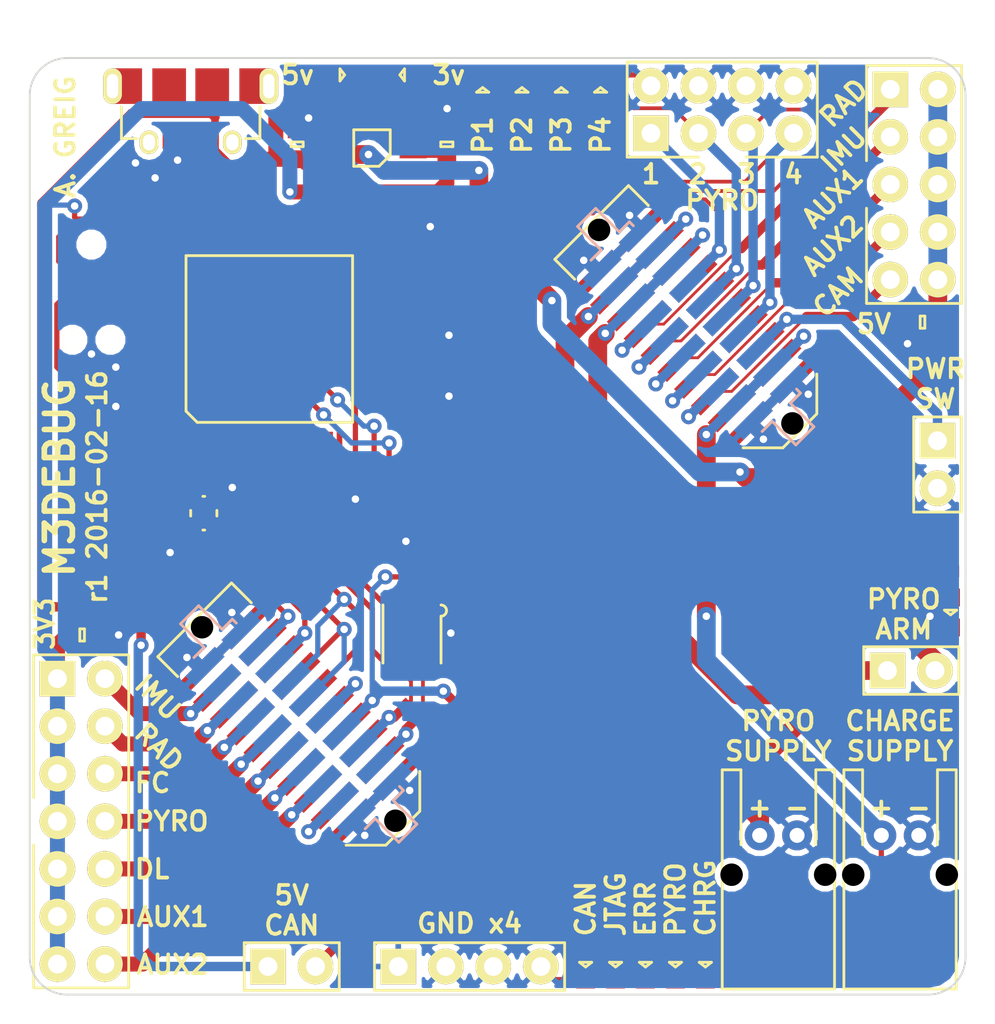
<source format=kicad_pcb>
(kicad_pcb (version 4) (host pcbnew 0.201601071449+6428~40~ubuntu14.04.1-stable)
  (title_block (title "Martlet 3 Debug Board") (date 2016-02-16) (rev 1) (company "CU Spaceflight") (comment 1 "Drawn By: Adam Greig"))
  (layers (0 F.Cu signal) (31 B.Cu signal) (34 B.Paste user) (35 F.Paste user) (36 B.SilkS user) (37 F.SilkS user) (38 B.Mask user) (39 F.Mask user) (44 Edge.Cuts user))
  (net 0 "")
  (net 1 GND)
  (net 2 "Net-(C1-Pad2)")
  (net 3 "Net-(C2-Pad1)")
  (net 4 3v3)
  (net 5 "Net-(C10-Pad1)")
  (net 6 "Net-(C11-Pad1)")
  (net 7 /5v_CAN)
  (net 8 5v)
  (net 9 "Net-(C14-Pad2)")
  (net 10 "Net-(D1-Pad2)")
  (net 11 "Net-(D2-Pad2)")
  (net 12 "Net-(D3-Pad2)")
  (net 13 "Net-(D4-Pad2)")
  (net 14 "Net-(D5-Pad2)")
  (net 15 "Net-(D6-Pad2)")
  (net 16 "Net-(D7-Pad2)")
  (net 17 "Net-(D8-Pad2)")
  (net 18 "Net-(D9-Pad2)")
  (net 19 "Net-(D10-Pad2)")
  (net 20 "Net-(D11-Pad2)")
  (net 21 "Net-(D12-Pad2)")
  (net 22 "Net-(IC1-Pad6)")
  (net 23 /~RST)
  (net 24 /LED0)
  (net 25 /LED1)
  (net 26 /LED2)
  (net 27 /TPWR_MON)
  (net 28 "Net-(IC1-Pad42)")
  (net 29 /USB_D-)
  (net 30 /USB_D+)
  (net 31 /SWDIO)
  (net 32 /SWCLK)
  (net 33 /JTMS)
  (net 34 /JTCK)
  (net 35 /JTDI)
  (net 36 /JTDO)
  (net 37 /CAN_RXD)
  (net 38 /CAN_TXD)
  (net 39 /CAN-)
  (net 40 /CAN+)
  (net 41 /3v3_IMU)
  (net 42 /3v3_RADIO)
  (net 43 /3v3_FC)
  (net 44 /3v3_PYRO)
  (net 45 /3v3_DL)
  (net 46 /RSVD1)
  (net 47 /3v3_AUX1)
  (net 48 /3v3_AUX2)
  (net 49 /RSVD2)
  (net 50 /PYRO_SO)
  (net 51 /PYRO_SI)
  (net 52 /5v_RADIO)
  (net 53 /PYRO1)
  (net 54 /5v_IMU)
  (net 55 /PYRO2)
  (net 56 /5v_AUX1)
  (net 57 /PYRO3)
  (net 58 /5v_AUX2)
  (net 59 /PYRO4)
  (net 60 /5v_CAM)
  (net 61 /PWR)
  (net 62 /CHARGE)
  (module agg:0603 (layer F.Cu) (at 89.286974 79.604532 90)
    (fp_text reference C13)
    (fp_text value 2µ2)
    (pad 1 smd rect (at -0.8 0 90) (size 0.95 1) (layers F.Cu F.Paste F.Mask) (net 8 5v))
    (pad 2 smd rect (at 0.8 0 90) (size 0.95 1) (layers F.Cu F.Paste F.Mask) (net 1 GND))
  )
  (module agg:0402 (layer F.Cu) (at 109.8 115 270)
    (fp_text reference R14)
    (fp_text value 1k)
    (pad 1 smd rect (at -0.45 0 270) (size 0.62 0.62) (layers F.Cu F.Paste F.Mask) (net 50 /PYRO_SO))
    (pad 2 smd rect (at 0.45 0 270) (size 0.62 0.62) (layers F.Cu F.Paste F.Mask) (net 18 "Net-(D9-Pad2)"))
  )
  (module agg:SIL-254P-04 (layer F.Cu) (at 98.5 123.5)
    (fp_text reference J14)
    (fp_text value GND)
    (pad 1 thru_hole rect (at -3.81 0) (size 1.9 1.9) (drill 1) (layers *.Cu *.Mask F.SilkS) (net 1 GND))
    (pad 2 thru_hole circle (at -1.27 0) (size 1.9 1.9) (drill 1) (layers *.Cu *.Mask F.SilkS) (net 1 GND))
    (pad 3 thru_hole circle (at 1.27 0) (size 1.9 1.9) (drill 1) (layers *.Cu *.Mask F.SilkS) (net 1 GND))
    (pad 4 thru_hole circle (at 3.81 0) (size 1.9 1.9) (drill 1) (layers *.Cu *.Mask F.SilkS) (net 1 GND))
  )
  (module agg:SIL-254P-02 (layer F.Cu) (at 123.5 96.7 270)
    (fp_text reference J13)
    (fp_text value PWRSW)
    (pad 1 thru_hole rect (at -1.27 0 270) (size 1.9 1.9) (drill 1) (layers *.Cu *.Mask F.SilkS) (net 61 /PWR))
    (pad 2 thru_hole circle (at 1.27 0 270) (size 1.9 1.9) (drill 1) (layers *.Cu *.Mask F.SilkS) (net 1 GND))
  )
  (module agg:SIL-254P-02 (layer F.Cu) (at 89 123.5)
    (fp_text reference J11)
    (fp_text value CAN_SUPPLY)
    (pad 1 thru_hole rect (at -1.27 0) (size 1.9 1.9) (drill 1) (layers *.Cu *.Mask F.SilkS) (net 8 5v))
    (pad 2 thru_hole circle (at 1.27 0) (size 1.9 1.9) (drill 1) (layers *.Cu *.Mask F.SilkS) (net 7 /5v_CAN))
  )
  (module agg:SIL-254P-02 (layer F.Cu) (at 122.1 107.7)
    (fp_text reference J7)
    (fp_text value PYRO_ARM)
    (pad 1 thru_hole rect (at -1.27 0) (size 1.9 1.9) (drill 1) (layers *.Cu *.Mask F.SilkS) (net 50 /PYRO_SO))
    (pad 2 thru_hole circle (at 1.27 0) (size 1.9 1.9) (drill 1) (layers *.Cu *.Mask F.SilkS) (net 51 /PYRO_SI))
  )
  (module agg:XTAL-20x16 (layer F.Cu) (at 84.3 99.3)
    (fp_text reference Y1)
    (fp_text value 26M)
    (pad 1 smd rect (at -0.575 -0.725 270) (size 0.95 0.85) (layers F.Cu F.Paste F.Mask) (net 2 "Net-(C1-Pad2)"))
    (pad 2 smd rect (at -0.575 0.725 270) (size 0.95 0.85) (layers F.Cu F.Paste F.Mask) (net 1 GND))
    (pad 3 smd rect (at 0.575 0.725 270) (size 0.95 0.85) (layers F.Cu F.Paste F.Mask) (net 3 "Net-(C2-Pad1)"))
    (pad 4 smd rect (at 0.575 -0.725 270) (size 0.95 0.85) (layers F.Cu F.Paste F.Mask) (net 1 GND))
  )
  (module agg:0402 (layer F.Cu) (at 111 115 270)
    (fp_text reference R17)
    (fp_text value 1k)
    (pad 1 smd rect (at -0.45 0 270) (size 0.62 0.62) (layers F.Cu F.Paste F.Mask) (net 62 /CHARGE))
    (pad 2 smd rect (at 0.45 0 270) (size 0.62 0.62) (layers F.Cu F.Paste F.Mask) (net 21 "Net-(D12-Pad2)"))
  )
  (module agg:0402 (layer F.Cu) (at 90.45 77.3)
    (fp_text reference R16)
    (fp_text value 1k)
    (pad 1 smd rect (at -0.45 0) (size 0.62 0.62) (layers F.Cu F.Paste F.Mask) (net 8 5v))
    (pad 2 smd rect (at 0.45 0) (size 0.62 0.62) (layers F.Cu F.Paste F.Mask) (net 20 "Net-(D11-Pad2)"))
  )
  (module agg:0402 (layer F.Cu) (at 95.4 77.3)
    (fp_text reference R15)
    (fp_text value 1k)
    (pad 1 smd rect (at -0.45 0) (size 0.62 0.62) (layers F.Cu F.Paste F.Mask) (net 4 3v3))
    (pad 2 smd rect (at 0.45 0) (size 0.62 0.62) (layers F.Cu F.Paste F.Mask) (net 19 "Net-(D10-Pad2)"))
  )
  (module agg:0402 (layer F.Cu) (at 123.9 102.4)
    (fp_text reference R13)
    (fp_text value 1k)
    (pad 1 smd rect (at -0.45 0) (size 0.62 0.62) (layers F.Cu F.Paste F.Mask) (net 51 /PYRO_SI))
    (pad 2 smd rect (at 0.45 0) (size 0.62 0.62) (layers F.Cu F.Paste F.Mask) (net 17 "Net-(D8-Pad2)"))
  )
  (module agg:0402 (layer F.Cu) (at 104.15 81.15 90)
    (fp_text reference R12)
    (fp_text value 1k)
    (pad 1 smd rect (at -0.45 0 90) (size 0.62 0.62) (layers F.Cu F.Paste F.Mask) (net 59 /PYRO4))
    (pad 2 smd rect (at 0.45 0 90) (size 0.62 0.62) (layers F.Cu F.Paste F.Mask) (net 16 "Net-(D7-Pad2)"))
  )
  (module agg:0402 (layer F.Cu) (at 102.95 81.15 90)
    (fp_text reference R11)
    (fp_text value 1k)
    (pad 1 smd rect (at -0.45 0 90) (size 0.62 0.62) (layers F.Cu F.Paste F.Mask) (net 57 /PYRO3))
    (pad 2 smd rect (at 0.45 0 90) (size 0.62 0.62) (layers F.Cu F.Paste F.Mask) (net 15 "Net-(D6-Pad2)"))
  )
  (module agg:0402 (layer F.Cu) (at 101.75 81.15 90)
    (fp_text reference R10)
    (fp_text value 1k)
    (pad 1 smd rect (at -0.45 0 90) (size 0.62 0.62) (layers F.Cu F.Paste F.Mask) (net 55 /PYRO2))
    (pad 2 smd rect (at 0.45 0 90) (size 0.62 0.62) (layers F.Cu F.Paste F.Mask) (net 14 "Net-(D5-Pad2)"))
  )
  (module agg:0402 (layer F.Cu) (at 100.55 81.15 90)
    (fp_text reference R9)
    (fp_text value 1k)
    (pad 1 smd rect (at -0.45 0 90) (size 0.62 0.62) (layers F.Cu F.Paste F.Mask) (net 53 /PYRO1))
    (pad 2 smd rect (at 0.45 0 90) (size 0.62 0.62) (layers F.Cu F.Paste F.Mask) (net 13 "Net-(D4-Pad2)"))
  )
  (module agg:0402 (layer F.Cu) (at 95.9 89.8)
    (fp_text reference R8)
    (fp_text value 10k)
    (pad 1 smd rect (at -0.45 0) (size 0.62 0.62) (layers F.Cu F.Paste F.Mask) (net 27 /TPWR_MON))
    (pad 2 smd rect (at 0.45 0) (size 0.62 0.62) (layers F.Cu F.Paste F.Mask) (net 1 GND))
  )
  (module agg:0402 (layer F.Cu) (at 95.9 88.6 180)
    (fp_text reference R7)
    (fp_text value 4k7)
    (pad 1 smd rect (at -0.45 0 180) (size 0.62 0.62) (layers F.Cu F.Paste F.Mask) (net 4 3v3))
    (pad 2 smd rect (at 0.45 0 180) (size 0.62 0.62) (layers F.Cu F.Paste F.Mask) (net 27 /TPWR_MON))
  )
  (module agg:0402 (layer F.Cu) (at 95.4 109.9 135)
    (fp_text reference R6)
    (fp_text value 120)
    (pad 1 smd rect (at -0.45 0 135) (size 0.62 0.62) (layers F.Cu F.Paste F.Mask) (net 40 /CAN+))
    (pad 2 smd rect (at 0.45 0 135) (size 0.62 0.62) (layers F.Cu F.Paste F.Mask) (net 39 /CAN-))
  )
  (module agg:0402 (layer F.Cu) (at 86.2 99.3 90)
    (fp_text reference R5)
    (fp_text value 100)
    (pad 1 smd rect (at -0.45 0 90) (size 0.62 0.62) (layers F.Cu F.Paste F.Mask) (net 3 "Net-(C2-Pad1)"))
    (pad 2 smd rect (at 0.45 0 90) (size 0.62 0.62) (layers F.Cu F.Paste F.Mask) (net 22 "Net-(IC1-Pad6)"))
  )
  (module agg:0402 (layer F.Cu) (at 87.05 82.25 270)
    (fp_text reference R4)
    (fp_text value 1k)
    (pad 1 smd rect (at -0.45 0 270) (size 0.62 0.62) (layers F.Cu F.Paste F.Mask) (net 8 5v))
    (pad 2 smd rect (at 0.45 0 270) (size 0.62 0.62) (layers F.Cu F.Paste F.Mask) (net 28 "Net-(IC1-Pad42)"))
  )
  (module agg:0402 (layer F.Cu) (at 108.6 115 270)
    (fp_text reference R3)
    (fp_text value 1k)
    (pad 1 smd rect (at -0.45 0 270) (size 0.62 0.62) (layers F.Cu F.Paste F.Mask) (net 26 /LED2))
    (pad 2 smd rect (at 0.45 0 270) (size 0.62 0.62) (layers F.Cu F.Paste F.Mask) (net 12 "Net-(D3-Pad2)"))
  )
  (module agg:0402 (layer F.Cu) (at 107.4 115 270)
    (fp_text reference R2)
    (fp_text value 1k)
    (pad 1 smd rect (at -0.45 0 270) (size 0.62 0.62) (layers F.Cu F.Paste F.Mask) (net 25 /LED1))
    (pad 2 smd rect (at 0.45 0 270) (size 0.62 0.62) (layers F.Cu F.Paste F.Mask) (net 11 "Net-(D2-Pad2)"))
  )
  (module agg:0402 (layer F.Cu) (at 106.2 115 270)
    (fp_text reference R1)
    (fp_text value 1k)
    (pad 1 smd rect (at -0.45 0 270) (size 0.62 0.62) (layers F.Cu F.Paste F.Mask) (net 24 /LED0))
    (pad 2 smd rect (at 0.45 0 270) (size 0.62 0.62) (layers F.Cu F.Paste F.Mask) (net 10 "Net-(D1-Pad2)"))
  )
  (module agg:TC2030-NL (layer F.Cu) (at 78.3 87.5 270)
    (fp_text reference P1)
    (fp_text value SWD_TC)
    (pad 1 smd circle (at -1.27 0.64 270) (size 0.787 0.787) (layers F.Cu F.Mask) (net 4 3v3))
    (pad 2 smd circle (at -1.27 -0.63 270) (size 0.787 0.787) (layers F.Cu F.Mask) (net 31 /SWDIO))
    (pad 3 smd circle (at 0 0.64 270) (size 0.787 0.787) (layers F.Cu F.Mask) (net 23 /~RST))
    (pad 4 smd circle (at 0 -0.63 270) (size 0.787 0.787) (layers F.Cu F.Mask) (net 32 /SWCLK))
    (pad 5 smd circle (at 1.27 0.64 270) (size 0.787 0.787) (layers F.Cu F.Mask) (net 1 GND))
    (pad 6 smd circle (at 1.27 -0.63 270) (size 0.787 0.787) (layers F.Cu F.Mask))
    (pad "" np_thru_hole circle (at -2.54 0.005 270) (size 1 1) (drill 1) (layers *.Cu *.Mask F.SilkS))
    (pad "" np_thru_hole circle (at 2.54 1.021 270) (size 1 1) (drill 1) (layers *.Cu *.Mask F.SilkS))
    (pad "" np_thru_hole circle (at 2.54 -1.011 270) (size 1 1) (drill 1) (layers *.Cu *.Mask F.SilkS))
  )
  (module agg:DIL-254P-14 (layer F.Cu) (at 77.75 115.75 270)
    (fp_text reference J12)
    (fp_text value 3V3_SUPPLY)
    (pad 1 thru_hole rect (at -7.62 1.27 270) (size 1.9 1.9) (drill 1) (layers *.Cu *.Mask F.SilkS) (net 4 3v3))
    (pad 2 thru_hole circle (at -7.62 -1.27 270) (size 1.9 1.9) (drill 1) (layers *.Cu *.Mask F.SilkS) (net 41 /3v3_IMU))
    (pad 3 thru_hole circle (at -5.08 1.27 270) (size 1.9 1.9) (drill 1) (layers *.Cu *.Mask F.SilkS) (net 4 3v3))
    (pad 4 thru_hole circle (at -5.08 -1.27 270) (size 1.9 1.9) (drill 1) (layers *.Cu *.Mask F.SilkS) (net 42 /3v3_RADIO))
    (pad 5 thru_hole circle (at -2.54 1.27 270) (size 1.9 1.9) (drill 1) (layers *.Cu *.Mask F.SilkS) (net 4 3v3))
    (pad 6 thru_hole circle (at -2.54 -1.27 270) (size 1.9 1.9) (drill 1) (layers *.Cu *.Mask F.SilkS) (net 43 /3v3_FC))
    (pad 7 thru_hole circle (at 0 1.27 270) (size 1.9 1.9) (drill 1) (layers *.Cu *.Mask F.SilkS) (net 4 3v3))
    (pad 8 thru_hole circle (at 0 -1.27 270) (size 1.9 1.9) (drill 1) (layers *.Cu *.Mask F.SilkS) (net 44 /3v3_PYRO))
    (pad 9 thru_hole circle (at 2.54 1.27 270) (size 1.9 1.9) (drill 1) (layers *.Cu *.Mask F.SilkS) (net 4 3v3))
    (pad 10 thru_hole circle (at 2.54 -1.27 270) (size 1.9 1.9) (drill 1) (layers *.Cu *.Mask F.SilkS) (net 45 /3v3_DL))
    (pad 11 thru_hole circle (at 5.08 1.27 270) (size 1.9 1.9) (drill 1) (layers *.Cu *.Mask F.SilkS) (net 4 3v3))
    (pad 12 thru_hole circle (at 5.08 -1.27 270) (size 1.9 1.9) (drill 1) (layers *.Cu *.Mask F.SilkS) (net 47 /3v3_AUX1))
    (pad 13 thru_hole circle (at 7.62 1.27 270) (size 1.9 1.9) (drill 1) (layers *.Cu *.Mask F.SilkS) (net 4 3v3))
    (pad 14 thru_hole circle (at 7.62 -1.27 270) (size 1.9 1.9) (drill 1) (layers *.Cu *.Mask F.SilkS) (net 48 /3v3_AUX2))
  )
  (module agg:DIL-254P-10 (layer F.Cu) (at 122.25 81.75 270)
    (fp_text reference J10)
    (fp_text value 5V_SUPPLY)
    (pad 1 thru_hole rect (at -5.08 1.27 270) (size 1.9 1.9) (drill 1) (layers *.Cu *.Mask F.SilkS) (net 52 /5v_RADIO))
    (pad 2 thru_hole circle (at -5.08 -1.27 270) (size 1.9 1.9) (drill 1) (layers *.Cu *.Mask F.SilkS) (net 8 5v))
    (pad 3 thru_hole circle (at -2.54 1.27 270) (size 1.9 1.9) (drill 1) (layers *.Cu *.Mask F.SilkS) (net 54 /5v_IMU))
    (pad 4 thru_hole circle (at -2.54 -1.27 270) (size 1.9 1.9) (drill 1) (layers *.Cu *.Mask F.SilkS) (net 8 5v))
    (pad 5 thru_hole circle (at 0 1.27 270) (size 1.9 1.9) (drill 1) (layers *.Cu *.Mask F.SilkS) (net 56 /5v_AUX1))
    (pad 6 thru_hole circle (at 0 -1.27 270) (size 1.9 1.9) (drill 1) (layers *.Cu *.Mask F.SilkS) (net 8 5v))
    (pad 7 thru_hole circle (at 2.54 1.27 270) (size 1.9 1.9) (drill 1) (layers *.Cu *.Mask F.SilkS) (net 58 /5v_AUX2))
    (pad 8 thru_hole circle (at 2.54 -1.27 270) (size 1.9 1.9) (drill 1) (layers *.Cu *.Mask F.SilkS) (net 8 5v))
    (pad 9 thru_hole circle (at 5.08 1.27 270) (size 1.9 1.9) (drill 1) (layers *.Cu *.Mask F.SilkS) (net 60 /5v_CAM))
    (pad 10 thru_hole circle (at 5.08 -1.27 270) (size 1.9 1.9) (drill 1) (layers *.Cu *.Mask F.SilkS) (net 8 5v))
  )
  (module agg:MICROUSB_MOLEX_47589-0001 (layer F.Cu) (at 83.6 76.5 180)
    (fp_text reference J9)
    (fp_text value MICROUSB)
    (pad 3 smd rect (at 0 -2.675 180) (size 0.4 1.35) (layers F.Cu F.Paste F.Mask) (net 30 /USB_D+))
    (pad 4 smd rect (at 0.65 -2.675 180) (size 0.4 1.35) (layers F.Cu F.Paste F.Mask))
    (pad 2 smd rect (at -0.65 -2.675 180) (size 0.4 1.35) (layers F.Cu F.Paste F.Mask) (net 29 /USB_D-))
    (pad 1 smd rect (at -1.3 -2.675 180) (size 0.4 1.35) (layers F.Cu F.Paste F.Mask) (net 8 5v))
    (pad 5 smd rect (at 1.3 -2.675 180) (size 0.4 1.35) (layers F.Cu F.Paste F.Mask) (net 1 GND))
    (pad S thru_hole oval (at 2.225 -3 180) (size 1 1.25) (drill oval 0.65 0.85) (layers *.Cu *.Mask F.SilkS))
    (pad "" thru_hole oval (at -2.225 -3 180) (size 1 1.25) (drill oval 0.65 0.85) (layers *.Cu *.Mask F.SilkS))
    (pad "" smd rect (at 1.15 0 180) (size 1.8 1.9) (layers F.Cu F.Paste F.Mask))
    (pad "" smd rect (at -1.15 0 180) (size 1.8 1.9) (layers F.Cu F.Paste F.Mask))
    (pad "" smd rect (at 3.3875 0 180) (size 1.575 1.9) (layers F.Cu F.Paste F.Mask))
    (pad "" thru_hole oval (at 4.175 0 180) (size 1 1.9) (drill oval 0.6 1.3) (layers *.Cu *.Mask F.SilkS))
    (pad "" smd rect (at -3.3875 0 180) (size 1.575 1.9) (layers F.Cu F.Paste F.Mask))
    (pad "" thru_hole oval (at -4.175 0 180) (size 1 1.9) (drill oval 0.6 1.3) (layers *.Cu *.Mask F.SilkS))
  )
  (module agg:S02B-PASK-2 (layer F.Cu) (at 121.5 116.5 180)
    (fp_text reference J8)
    (fp_text value CHARGE)
    (pad "" np_thru_hole circle (at 2.5 -2.1 180) (size 1.2 1.2) (drill 1.2) (layers *.Mask))
    (pad "" np_thru_hole circle (at -2.5 -2.1 180) (size 1.2 1.2) (drill 1.2) (layers *.Mask))
    (pad 1 thru_hole circle (at 1 0 180) (size 1.6 1.6) (drill 0.8) (layers *.Cu *.Mask) (net 62 /CHARGE))
    (pad 2 thru_hole circle (at -1 0 180) (size 1.6 1.6) (drill 0.8) (layers *.Cu *.Mask) (net 1 GND))
  )
  (module agg:DIL-254P-08 (layer F.Cu) (at 112 77.75)
    (fp_text reference J6)
    (fp_text value PYROS)
    (pad 1 thru_hole rect (at -3.81 1.27) (size 1.9 1.9) (drill 1) (layers *.Cu *.Mask F.SilkS) (net 53 /PYRO1))
    (pad 2 thru_hole circle (at -3.81 -1.27) (size 1.9 1.9) (drill 1) (layers *.Cu *.Mask F.SilkS) (net 1 GND))
    (pad 3 thru_hole circle (at -1.27 1.27) (size 1.9 1.9) (drill 1) (layers *.Cu *.Mask F.SilkS) (net 55 /PYRO2))
    (pad 4 thru_hole circle (at -1.27 -1.27) (size 1.9 1.9) (drill 1) (layers *.Cu *.Mask F.SilkS) (net 1 GND))
    (pad 5 thru_hole circle (at 1.27 1.27) (size 1.9 1.9) (drill 1) (layers *.Cu *.Mask F.SilkS) (net 57 /PYRO3))
    (pad 6 thru_hole circle (at 1.27 -1.27) (size 1.9 1.9) (drill 1) (layers *.Cu *.Mask F.SilkS) (net 1 GND))
    (pad 7 thru_hole circle (at 3.81 1.27) (size 1.9 1.9) (drill 1) (layers *.Cu *.Mask F.SilkS) (net 59 /PYRO4))
    (pad 8 thru_hole circle (at 3.81 -1.27) (size 1.9 1.9) (drill 1) (layers *.Cu *.Mask F.SilkS) (net 1 GND))
  )
  (module agg:S02B-PASK-2 (layer F.Cu) (at 115 116.5 180)
    (fp_text reference J5)
    (fp_text value PYRO_SUPPLY)
    (pad "" np_thru_hole circle (at 2.5 -2.1 180) (size 1.2 1.2) (drill 1.2) (layers *.Mask))
    (pad "" np_thru_hole circle (at -2.5 -2.1 180) (size 1.2 1.2) (drill 1.2) (layers *.Mask))
    (pad 1 thru_hole circle (at 1 0 180) (size 1.6 1.6) (drill 0.8) (layers *.Cu *.Mask) (net 50 /PYRO_SO))
    (pad 2 thru_hole circle (at -1 0 180) (size 1.6 1.6) (drill 0.8) (layers *.Cu *.Mask) (net 1 GND))
  )
  (module agg:SFML-110-02-L-D-LC (layer B.Cu) (at 110.584635 89.340365 315)
    (fp_text reference J4)
    (fp_text value "EAST BOT")
    (pad 1 smd rect (at -5.715 1.365 315) (size 0.74 2.22) (layers B.Cu B.Paste B.Mask) (net 1 GND))
    (pad 2 smd rect (at -5.715 -1.365 315) (size 0.74 2.22) (layers B.Cu B.Paste B.Mask) (net 1 GND))
    (pad 3 smd rect (at -4.445 1.365 315) (size 0.74 2.22) (layers B.Cu B.Paste B.Mask) (net 50 /PYRO_SO))
    (pad 4 smd rect (at -4.445 -1.365 315) (size 0.74 2.22) (layers B.Cu B.Paste B.Mask) (net 50 /PYRO_SO))
    (pad 5 smd rect (at -3.175 1.365 315) (size 0.74 2.22) (layers B.Cu B.Paste B.Mask) (net 51 /PYRO_SI))
    (pad 6 smd rect (at -3.175 -1.365 315) (size 0.74 2.22) (layers B.Cu B.Paste B.Mask) (net 51 /PYRO_SI))
    (pad 7 smd rect (at -1.905 1.365 315) (size 0.74 2.22) (layers B.Cu B.Paste B.Mask) (net 52 /5v_RADIO))
    (pad 8 smd rect (at -1.905 -1.365 315) (size 0.74 2.22) (layers B.Cu B.Paste B.Mask) (net 53 /PYRO1))
    (pad 9 smd rect (at -0.635 1.365 315) (size 0.74 2.22) (layers B.Cu B.Paste B.Mask) (net 54 /5v_IMU))
    (pad 10 smd rect (at -0.635 -1.365 315) (size 0.74 2.22) (layers B.Cu B.Paste B.Mask) (net 55 /PYRO2))
    (pad 11 smd rect (at 0.635 1.365 315) (size 0.74 2.22) (layers B.Cu B.Paste B.Mask) (net 56 /5v_AUX1))
    (pad 12 smd rect (at 0.635 -1.365 315) (size 0.74 2.22) (layers B.Cu B.Paste B.Mask) (net 57 /PYRO3))
    (pad 13 smd rect (at 1.905 1.365 315) (size 0.74 2.22) (layers B.Cu B.Paste B.Mask) (net 58 /5v_AUX2))
    (pad 14 smd rect (at 1.905 -1.365 315) (size 0.74 2.22) (layers B.Cu B.Paste B.Mask) (net 59 /PYRO4))
    (pad 15 smd rect (at 3.175 1.365 315) (size 0.74 2.22) (layers B.Cu B.Paste B.Mask) (net 60 /5v_CAM))
    (pad 16 smd rect (at 3.175 -1.365 315) (size 0.74 2.22) (layers B.Cu B.Paste B.Mask) (net 61 /PWR))
    (pad 17 smd rect (at 4.445 1.365 315) (size 0.74 2.22) (layers B.Cu B.Paste B.Mask) (net 62 /CHARGE))
    (pad 18 smd rect (at 4.445 -1.365 315) (size 0.74 2.22) (layers B.Cu B.Paste B.Mask) (net 62 /CHARGE))
    (pad 19 smd rect (at 5.715 1.365 315) (size 0.74 2.22) (layers B.Cu B.Paste B.Mask) (net 1 GND))
    (pad 20 smd rect (at 5.715 -1.365 315) (size 0.74 2.22) (layers B.Cu B.Paste B.Mask) (net 1 GND))
    (pad "" np_thru_hole circle (at 7.305 0 315) (size 1.2 1.2) (drill 1.2) (layers *.Mask))
    (pad "" np_thru_hole circle (at -7.305 0 315) (size 1.2 1.2) (drill 1.2) (layers *.Mask))
  )
  (module agg:TFML-110-02-L-D (layer F.Cu) (at 110.584635 89.340365 315)
    (fp_text reference J3)
    (fp_text value "EAST TOP")
    (pad 1 smd rect (at -5.715 1.715 315) (size 0.74 2.92) (layers F.Cu F.Paste F.Mask) (net 1 GND))
    (pad 2 smd rect (at -5.715 -1.715 315) (size 0.74 2.92) (layers F.Cu F.Paste F.Mask) (net 1 GND))
    (pad 3 smd rect (at -4.445 1.715 315) (size 0.74 2.92) (layers F.Cu F.Paste F.Mask) (net 50 /PYRO_SO))
    (pad 4 smd rect (at -4.445 -1.715 315) (size 0.74 2.92) (layers F.Cu F.Paste F.Mask) (net 50 /PYRO_SO))
    (pad 5 smd rect (at -3.175 1.715 315) (size 0.74 2.92) (layers F.Cu F.Paste F.Mask) (net 51 /PYRO_SI))
    (pad 6 smd rect (at -3.175 -1.715 315) (size 0.74 2.92) (layers F.Cu F.Paste F.Mask) (net 51 /PYRO_SI))
    (pad 7 smd rect (at -1.905 1.715 315) (size 0.74 2.92) (layers F.Cu F.Paste F.Mask) (net 52 /5v_RADIO))
    (pad 8 smd rect (at -1.905 -1.715 315) (size 0.74 2.92) (layers F.Cu F.Paste F.Mask) (net 53 /PYRO1))
    (pad 9 smd rect (at -0.635 1.715 315) (size 0.74 2.92) (layers F.Cu F.Paste F.Mask) (net 54 /5v_IMU))
    (pad 10 smd rect (at -0.635 -1.715 315) (size 0.74 2.92) (layers F.Cu F.Paste F.Mask) (net 55 /PYRO2))
    (pad 11 smd rect (at 0.635 1.715 315) (size 0.74 2.92) (layers F.Cu F.Paste F.Mask) (net 56 /5v_AUX1))
    (pad 12 smd rect (at 0.635 -1.715 315) (size 0.74 2.92) (layers F.Cu F.Paste F.Mask) (net 57 /PYRO3))
    (pad 13 smd rect (at 1.905 1.715 315) (size 0.74 2.92) (layers F.Cu F.Paste F.Mask) (net 58 /5v_AUX2))
    (pad 14 smd rect (at 1.905 -1.715 315) (size 0.74 2.92) (layers F.Cu F.Paste F.Mask) (net 59 /PYRO4))
    (pad 15 smd rect (at 3.175 1.715 315) (size 0.74 2.92) (layers F.Cu F.Paste F.Mask) (net 60 /5v_CAM))
    (pad 16 smd rect (at 3.175 -1.715 315) (size 0.74 2.92) (layers F.Cu F.Paste F.Mask) (net 61 /PWR))
    (pad 17 smd rect (at 4.445 1.715 315) (size 0.74 2.92) (layers F.Cu F.Paste F.Mask) (net 62 /CHARGE))
    (pad 18 smd rect (at 4.445 -1.715 315) (size 0.74 2.92) (layers F.Cu F.Paste F.Mask) (net 62 /CHARGE))
    (pad 19 smd rect (at 5.715 1.715 315) (size 0.74 2.92) (layers F.Cu F.Paste F.Mask) (net 1 GND))
    (pad 20 smd rect (at 5.715 -1.715 315) (size 0.74 2.92) (layers F.Cu F.Paste F.Mask) (net 1 GND))
  )
  (module agg:SFML-110-02-L-D-LC (layer B.Cu) (at 89.371431 110.553569 315)
    (fp_text reference J2)
    (fp_text value "WEST BOT")
    (pad 1 smd rect (at -5.715 1.365 315) (size 0.74 2.22) (layers B.Cu B.Paste B.Mask) (net 1 GND))
    (pad 2 smd rect (at -5.715 -1.365 315) (size 0.74 2.22) (layers B.Cu B.Paste B.Mask) (net 1 GND))
    (pad 3 smd rect (at -4.445 1.365 315) (size 0.74 2.22) (layers B.Cu B.Paste B.Mask) (net 41 /3v3_IMU))
    (pad 4 smd rect (at -4.445 -1.365 315) (size 0.74 2.22) (layers B.Cu B.Paste B.Mask) (net 33 /JTMS))
    (pad 5 smd rect (at -3.175 1.365 315) (size 0.74 2.22) (layers B.Cu B.Paste B.Mask) (net 42 /3v3_RADIO))
    (pad 6 smd rect (at -3.175 -1.365 315) (size 0.74 2.22) (layers B.Cu B.Paste B.Mask) (net 34 /JTCK))
    (pad 7 smd rect (at -1.905 1.365 315) (size 0.74 2.22) (layers B.Cu B.Paste B.Mask) (net 43 /3v3_FC))
    (pad 8 smd rect (at -1.905 -1.365 315) (size 0.74 2.22) (layers B.Cu B.Paste B.Mask) (net 36 /JTDO))
    (pad 9 smd rect (at -0.635 1.365 315) (size 0.74 2.22) (layers B.Cu B.Paste B.Mask) (net 44 /3v3_PYRO))
    (pad 10 smd rect (at -0.635 -1.365 315) (size 0.74 2.22) (layers B.Cu B.Paste B.Mask) (net 35 /JTDI))
    (pad 11 smd rect (at 0.635 1.365 315) (size 0.74 2.22) (layers B.Cu B.Paste B.Mask) (net 45 /3v3_DL))
    (pad 12 smd rect (at 0.635 -1.365 315) (size 0.74 2.22) (layers B.Cu B.Paste B.Mask) (net 46 /RSVD1))
    (pad 13 smd rect (at 1.905 1.365 315) (size 0.74 2.22) (layers B.Cu B.Paste B.Mask) (net 47 /3v3_AUX1))
    (pad 14 smd rect (at 1.905 -1.365 315) (size 0.74 2.22) (layers B.Cu B.Paste B.Mask) (net 7 /5v_CAN))
    (pad 15 smd rect (at 3.175 1.365 315) (size 0.74 2.22) (layers B.Cu B.Paste B.Mask) (net 48 /3v3_AUX2))
    (pad 16 smd rect (at 3.175 -1.365 315) (size 0.74 2.22) (layers B.Cu B.Paste B.Mask) (net 39 /CAN-))
    (pad 17 smd rect (at 4.445 1.365 315) (size 0.74 2.22) (layers B.Cu B.Paste B.Mask) (net 49 /RSVD2))
    (pad 18 smd rect (at 4.445 -1.365 315) (size 0.74 2.22) (layers B.Cu B.Paste B.Mask) (net 40 /CAN+))
    (pad 19 smd rect (at 5.715 1.365 315) (size 0.74 2.22) (layers B.Cu B.Paste B.Mask) (net 1 GND))
    (pad 20 smd rect (at 5.715 -1.365 315) (size 0.74 2.22) (layers B.Cu B.Paste B.Mask) (net 1 GND))
    (pad "" np_thru_hole circle (at 7.305 0 315) (size 1.2 1.2) (drill 1.2) (layers *.Mask))
    (pad "" np_thru_hole circle (at -7.305 0 315) (size 1.2 1.2) (drill 1.2) (layers *.Mask))
  )
  (module agg:TFML-110-02-L-D (layer F.Cu) (at 89.371431 110.553569 315)
    (fp_text reference J1)
    (fp_text value "WEST TOP")
    (pad 1 smd rect (at -5.715 1.715 315) (size 0.74 2.92) (layers F.Cu F.Paste F.Mask) (net 1 GND))
    (pad 2 smd rect (at -5.715 -1.715 315) (size 0.74 2.92) (layers F.Cu F.Paste F.Mask) (net 1 GND))
    (pad 3 smd rect (at -4.445 1.715 315) (size 0.74 2.92) (layers F.Cu F.Paste F.Mask) (net 41 /3v3_IMU))
    (pad 4 smd rect (at -4.445 -1.715 315) (size 0.74 2.92) (layers F.Cu F.Paste F.Mask) (net 33 /JTMS))
    (pad 5 smd rect (at -3.175 1.715 315) (size 0.74 2.92) (layers F.Cu F.Paste F.Mask) (net 42 /3v3_RADIO))
    (pad 6 smd rect (at -3.175 -1.715 315) (size 0.74 2.92) (layers F.Cu F.Paste F.Mask) (net 34 /JTCK))
    (pad 7 smd rect (at -1.905 1.715 315) (size 0.74 2.92) (layers F.Cu F.Paste F.Mask) (net 43 /3v3_FC))
    (pad 8 smd rect (at -1.905 -1.715 315) (size 0.74 2.92) (layers F.Cu F.Paste F.Mask) (net 35 /JTDI))
    (pad 9 smd rect (at -0.635 1.715 315) (size 0.74 2.92) (layers F.Cu F.Paste F.Mask) (net 44 /3v3_PYRO))
    (pad 10 smd rect (at -0.635 -1.715 315) (size 0.74 2.92) (layers F.Cu F.Paste F.Mask) (net 36 /JTDO))
    (pad 11 smd rect (at 0.635 1.715 315) (size 0.74 2.92) (layers F.Cu F.Paste F.Mask) (net 45 /3v3_DL))
    (pad 12 smd rect (at 0.635 -1.715 315) (size 0.74 2.92) (layers F.Cu F.Paste F.Mask) (net 46 /RSVD1))
    (pad 13 smd rect (at 1.905 1.715 315) (size 0.74 2.92) (layers F.Cu F.Paste F.Mask) (net 47 /3v3_AUX1))
    (pad 14 smd rect (at 1.905 -1.715 315) (size 0.74 2.92) (layers F.Cu F.Paste F.Mask) (net 7 /5v_CAN))
    (pad 15 smd rect (at 3.175 1.715 315) (size 0.74 2.92) (layers F.Cu F.Paste F.Mask) (net 48 /3v3_AUX2))
    (pad 16 smd rect (at 3.175 -1.715 315) (size 0.74 2.92) (layers F.Cu F.Paste F.Mask) (net 39 /CAN-))
    (pad 17 smd rect (at 4.445 1.715 315) (size 0.74 2.92) (layers F.Cu F.Paste F.Mask) (net 49 /RSVD2))
    (pad 18 smd rect (at 4.445 -1.715 315) (size 0.74 2.92) (layers F.Cu F.Paste F.Mask) (net 40 /CAN+))
    (pad 19 smd rect (at 5.715 1.715 315) (size 0.74 2.92) (layers F.Cu F.Paste F.Mask) (net 1 GND))
    (pad 20 smd rect (at 5.715 -1.715 315) (size 0.74 2.92) (layers F.Cu F.Paste F.Mask) (net 1 GND))
  )
  (module agg:MSOP-8 (layer F.Cu) (at 93.286974 79.804532 180)
    (fp_text reference IC3)
    (fp_text value ADP3335)
    (pad 1 smd rect (at -2.2 -0.975 180) (size 1.45 0.45) (layers F.Cu F.Paste F.Mask) (net 4 3v3))
    (pad 2 smd rect (at -2.2 -0.325 180) (size 1.45 0.45) (layers F.Cu F.Paste F.Mask) (net 4 3v3))
    (pad 3 smd rect (at -2.2 0.325 180) (size 1.45 0.45) (layers F.Cu F.Paste F.Mask) (net 4 3v3))
    (pad 4 smd rect (at -2.2 0.975 180) (size 1.45 0.45) (layers F.Cu F.Paste F.Mask) (net 1 GND))
    (pad 5 smd rect (at 2.2 0.975 180) (size 1.45 0.45) (layers F.Cu F.Paste F.Mask) (net 9 "Net-(C14-Pad2)"))
    (pad 6 smd rect (at 2.2 0.325 180) (size 1.45 0.45) (layers F.Cu F.Paste F.Mask) (net 8 5v))
    (pad 7 smd rect (at 2.2 -0.325 180) (size 1.45 0.45) (layers F.Cu F.Paste F.Mask) (net 8 5v))
    (pad 8 smd rect (at 2.2 -0.975 180) (size 1.45 0.45) (layers F.Cu F.Paste F.Mask) (net 8 5v))
  )
  (module agg:DFN-8-EP-MICROCHIP (layer F.Cu) (at 95.425 105.75 270)
    (fp_text reference IC2)
    (fp_text value MCP2562)
    (pad 1 smd rect (at -1.55 -0.975 270) (size 0.65 0.35) (layers F.Cu F.Paste F.Mask) (net 38 /CAN_TXD))
    (pad 2 smd rect (at -1.55 -0.325 270) (size 0.65 0.35) (layers F.Cu F.Paste F.Mask) (net 1 GND))
    (pad 3 smd rect (at -1.55 0.325 270) (size 0.65 0.35) (layers F.Cu F.Paste F.Mask) (net 7 /5v_CAN))
    (pad 4 smd rect (at -1.55 0.975 270) (size 0.65 0.35) (layers F.Cu F.Paste F.Mask) (net 37 /CAN_RXD))
    (pad 5 smd rect (at 1.55 0.975 270) (size 0.65 0.35) (layers F.Cu F.Paste F.Mask) (net 4 3v3))
    (pad 6 smd rect (at 1.55 0.325 270) (size 0.65 0.35) (layers F.Cu F.Paste F.Mask) (net 39 /CAN-))
    (pad 7 smd rect (at 1.55 -0.325 270) (size 0.65 0.35) (layers F.Cu F.Paste F.Mask) (net 40 /CAN+))
    (pad 8 smd rect (at 1.55 -0.975 270) (size 0.65 0.35) (layers F.Cu F.Paste F.Mask) (net 1 GND))
    (pad EP smd rect (at 0 -0.6 270) (size 0.8 0.8) (layers F.Cu F.Mask) (net 1 GND))
    (pad EP smd rect (at 0 0.6 270) (size 0.8 0.8) (layers F.Cu F.Mask) (net 1 GND))
    (pad EP smd rect (at 0 -0.6 270) (size 0.8 0.8) (layers F.Cu F.Paste) (net 1 GND))
    (pad EP smd rect (at 0 0.6 270) (size 0.8 0.8) (layers F.Cu F.Paste) (net 1 GND))
    (pad EP smd rect (at 0 0 270) (size 1.55 2.4) (layers F.Cu) (net 1 GND))
  )
  (module agg:LQFP-64 (layer F.Cu) (at 87.8 90 90)
    (fp_text reference IC1)
    (fp_text value STM32F405RxTx)
    (pad 1 smd rect (at -5.7 -3.75 90) (size 1.5 0.3) (layers F.Cu F.Paste F.Mask) (net 4 3v3))
    (pad 2 smd rect (at -5.7 -3.25 90) (size 1.5 0.3) (layers F.Cu F.Paste F.Mask))
    (pad 3 smd rect (at -5.7 -2.75 90) (size 1.5 0.3) (layers F.Cu F.Paste F.Mask))
    (pad 4 smd rect (at -5.7 -2.25 90) (size 1.5 0.3) (layers F.Cu F.Paste F.Mask))
    (pad 5 smd rect (at -5.7 -1.75 90) (size 1.5 0.3) (layers F.Cu F.Paste F.Mask) (net 2 "Net-(C1-Pad2)"))
    (pad 6 smd rect (at -5.7 -1.25 90) (size 1.5 0.3) (layers F.Cu F.Paste F.Mask) (net 22 "Net-(IC1-Pad6)"))
    (pad 7 smd rect (at -5.7 -0.75 90) (size 1.5 0.3) (layers F.Cu F.Paste F.Mask) (net 23 /~RST))
    (pad 8 smd rect (at -5.7 -0.25 90) (size 1.5 0.3) (layers F.Cu F.Paste F.Mask) (net 33 /JTMS))
    (pad 9 smd rect (at -5.7 0.25 90) (size 1.5 0.3) (layers F.Cu F.Paste F.Mask) (net 34 /JTCK))
    (pad 10 smd rect (at -5.7 0.75 90) (size 1.5 0.3) (layers F.Cu F.Paste F.Mask) (net 35 /JTDI))
    (pad 11 smd rect (at -5.7 1.25 90) (size 1.5 0.3) (layers F.Cu F.Paste F.Mask) (net 36 /JTDO))
    (pad 12 smd rect (at -5.7 1.75 90) (size 1.5 0.3) (layers F.Cu F.Paste F.Mask) (net 1 GND))
    (pad 13 smd rect (at -5.7 2.25 90) (size 1.5 0.3) (layers F.Cu F.Paste F.Mask) (net 4 3v3))
    (pad 14 smd rect (at -5.7 2.75 90) (size 1.5 0.3) (layers F.Cu F.Paste F.Mask))
    (pad 15 smd rect (at -5.7 3.25 90) (size 1.5 0.3) (layers F.Cu F.Paste F.Mask))
    (pad 16 smd rect (at -5.7 3.75 90) (size 1.5 0.3) (layers F.Cu F.Paste F.Mask))
    (pad 17 smd rect (at -3.75 5.7 90) (size 0.3 1.5) (layers F.Cu F.Paste F.Mask))
    (pad 18 smd rect (at -3.25 5.7 90) (size 0.3 1.5) (layers F.Cu F.Paste F.Mask) (net 1 GND))
    (pad 19 smd rect (at -2.75 5.7 90) (size 0.3 1.5) (layers F.Cu F.Paste F.Mask) (net 4 3v3))
    (pad 20 smd rect (at -2.25 5.7 90) (size 0.3 1.5) (layers F.Cu F.Paste F.Mask) (net 24 /LED0))
    (pad 21 smd rect (at -1.75 5.7 90) (size 0.3 1.5) (layers F.Cu F.Paste F.Mask) (net 25 /LED1))
    (pad 22 smd rect (at -1.25 5.7 90) (size 0.3 1.5) (layers F.Cu F.Paste F.Mask) (net 26 /LED2))
    (pad 23 smd rect (at -0.75 5.7 90) (size 0.3 1.5) (layers F.Cu F.Paste F.Mask))
    (pad 24 smd rect (at -0.25 5.7 90) (size 0.3 1.5) (layers F.Cu F.Paste F.Mask))
    (pad 25 smd rect (at 0.25 5.7 90) (size 0.3 1.5) (layers F.Cu F.Paste F.Mask))
    (pad 26 smd rect (at 0.75 5.7 90) (size 0.3 1.5) (layers F.Cu F.Paste F.Mask) (net 27 /TPWR_MON))
    (pad 27 smd rect (at 1.25 5.7 90) (size 0.3 1.5) (layers F.Cu F.Paste F.Mask))
    (pad 28 smd rect (at 1.75 5.7 90) (size 0.3 1.5) (layers F.Cu F.Paste F.Mask))
    (pad 29 smd rect (at 2.25 5.7 90) (size 0.3 1.5) (layers F.Cu F.Paste F.Mask))
    (pad 30 smd rect (at 2.75 5.7 90) (size 0.3 1.5) (layers F.Cu F.Paste F.Mask))
    (pad 31 smd rect (at 3.25 5.7 90) (size 0.3 1.5) (layers F.Cu F.Paste F.Mask) (net 6 "Net-(C11-Pad1)"))
    (pad 32 smd rect (at 3.75 5.7 90) (size 0.3 1.5) (layers F.Cu F.Paste F.Mask) (net 4 3v3))
    (pad 33 smd rect (at 5.7 3.75 90) (size 1.5 0.3) (layers F.Cu F.Paste F.Mask))
    (pad 34 smd rect (at 5.7 3.25 90) (size 1.5 0.3) (layers F.Cu F.Paste F.Mask))
    (pad 35 smd rect (at 5.7 2.75 90) (size 1.5 0.3) (layers F.Cu F.Paste F.Mask))
    (pad 36 smd rect (at 5.7 2.25 90) (size 1.5 0.3) (layers F.Cu F.Paste F.Mask))
    (pad 37 smd rect (at 5.7 1.75 90) (size 1.5 0.3) (layers F.Cu F.Paste F.Mask))
    (pad 38 smd rect (at 5.7 1.25 90) (size 1.5 0.3) (layers F.Cu F.Paste F.Mask))
    (pad 39 smd rect (at 5.7 0.75 90) (size 1.5 0.3) (layers F.Cu F.Paste F.Mask))
    (pad 40 smd rect (at 5.7 0.25 90) (size 1.5 0.3) (layers F.Cu F.Paste F.Mask))
    (pad 41 smd rect (at 5.7 -0.25 90) (size 1.5 0.3) (layers F.Cu F.Paste F.Mask))
    (pad 42 smd rect (at 5.7 -0.75 90) (size 1.5 0.3) (layers F.Cu F.Paste F.Mask) (net 28 "Net-(IC1-Pad42)"))
    (pad 43 smd rect (at 5.7 -1.25 90) (size 1.5 0.3) (layers F.Cu F.Paste F.Mask))
    (pad 44 smd rect (at 5.7 -1.75 90) (size 1.5 0.3) (layers F.Cu F.Paste F.Mask) (net 29 /USB_D-))
    (pad 45 smd rect (at 5.7 -2.25 90) (size 1.5 0.3) (layers F.Cu F.Paste F.Mask) (net 30 /USB_D+))
    (pad 46 smd rect (at 5.7 -2.75 90) (size 1.5 0.3) (layers F.Cu F.Paste F.Mask) (net 31 /SWDIO))
    (pad 47 smd rect (at 5.7 -3.25 90) (size 1.5 0.3) (layers F.Cu F.Paste F.Mask) (net 5 "Net-(C10-Pad1)"))
    (pad 48 smd rect (at 5.7 -3.75 90) (size 1.5 0.3) (layers F.Cu F.Paste F.Mask) (net 4 3v3))
    (pad 49 smd rect (at 3.75 -5.7 90) (size 0.3 1.5) (layers F.Cu F.Paste F.Mask) (net 32 /SWCLK))
    (pad 50 smd rect (at 3.25 -5.7 90) (size 0.3 1.5) (layers F.Cu F.Paste F.Mask))
    (pad 51 smd rect (at 2.75 -5.7 90) (size 0.3 1.5) (layers F.Cu F.Paste F.Mask))
    (pad 52 smd rect (at 2.25 -5.7 90) (size 0.3 1.5) (layers F.Cu F.Paste F.Mask))
    (pad 53 smd rect (at 1.75 -5.7 90) (size 0.3 1.5) (layers F.Cu F.Paste F.Mask))
    (pad 54 smd rect (at 1.25 -5.7 90) (size 0.3 1.5) (layers F.Cu F.Paste F.Mask))
    (pad 55 smd rect (at 0.75 -5.7 90) (size 0.3 1.5) (layers F.Cu F.Paste F.Mask))
    (pad 56 smd rect (at 0.25 -5.7 90) (size 0.3 1.5) (layers F.Cu F.Paste F.Mask))
    (pad 57 smd rect (at -0.25 -5.7 90) (size 0.3 1.5) (layers F.Cu F.Paste F.Mask))
    (pad 58 smd rect (at -0.75 -5.7 90) (size 0.3 1.5) (layers F.Cu F.Paste F.Mask))
    (pad 59 smd rect (at -1.25 -5.7 90) (size 0.3 1.5) (layers F.Cu F.Paste F.Mask))
    (pad 60 smd rect (at -1.75 -5.7 90) (size 0.3 1.5) (layers F.Cu F.Paste F.Mask) (net 1 GND))
    (pad 61 smd rect (at -2.25 -5.7 90) (size 0.3 1.5) (layers F.Cu F.Paste F.Mask) (net 37 /CAN_RXD))
    (pad 62 smd rect (at -2.75 -5.7 90) (size 0.3 1.5) (layers F.Cu F.Paste F.Mask) (net 38 /CAN_TXD))
    (pad 63 smd rect (at -3.25 -5.7 90) (size 0.3 1.5) (layers F.Cu F.Paste F.Mask) (net 1 GND))
    (pad 64 smd rect (at -3.75 -5.7 90) (size 0.3 1.5) (layers F.Cu F.Paste F.Mask) (net 4 3v3))
  )
  (module agg:0603-LED (layer F.Cu) (at 111.1 123.4 90)
    (fp_text reference D12)
    (fp_text value GRN)
    (pad 1 smd rect (at -0.8 0 90) (size 0.95 1) (layers F.Cu F.Paste F.Mask) (net 1 GND))
    (pad 2 smd rect (at 0.8 0 90) (size 0.95 1) (layers F.Cu F.Paste F.Mask) (net 21 "Net-(D12-Pad2)"))
  )
  (module agg:0603-LED (layer F.Cu) (at 91.7 75.9 180)
    (fp_text reference D11)
    (fp_text value GRN)
    (pad 1 smd rect (at -0.8 0 180) (size 0.95 1) (layers F.Cu F.Paste F.Mask) (net 1 GND))
    (pad 2 smd rect (at 0.8 0 180) (size 0.95 1) (layers F.Cu F.Paste F.Mask) (net 20 "Net-(D11-Pad2)"))
  )
  (module agg:0603-LED (layer F.Cu) (at 94.9 75.9)
    (fp_text reference D10)
    (fp_text value GRN)
    (pad 1 smd rect (at -0.8 0) (size 0.95 1) (layers F.Cu F.Paste F.Mask) (net 1 GND))
    (pad 2 smd rect (at 0.8 0) (size 0.95 1) (layers F.Cu F.Paste F.Mask) (net 19 "Net-(D10-Pad2)"))
  )
  (module agg:0603-LED (layer F.Cu) (at 109.5 123.4 90)
    (fp_text reference D9)
    (fp_text value GRN)
    (pad 1 smd rect (at -0.8 0 90) (size 0.95 1) (layers F.Cu F.Paste F.Mask) (net 1 GND))
    (pad 2 smd rect (at 0.8 0 90) (size 0.95 1) (layers F.Cu F.Paste F.Mask) (net 18 "Net-(D9-Pad2)"))
  )
  (module agg:0603-LED (layer F.Cu) (at 124.2 104.6 90)
    (fp_text reference D8)
    (fp_text value RED)
    (pad 1 smd rect (at -0.8 0 90) (size 0.95 1) (layers F.Cu F.Paste F.Mask) (net 1 GND))
    (pad 2 smd rect (at 0.8 0 90) (size 0.95 1) (layers F.Cu F.Paste F.Mask) (net 17 "Net-(D8-Pad2)"))
  )
  (module agg:0603-LED (layer F.Cu) (at 105.5 76.7 270)
    (fp_text reference D7)
    (fp_text value RED)
    (pad 1 smd rect (at -0.8 0 270) (size 0.95 1) (layers F.Cu F.Paste F.Mask) (net 1 GND))
    (pad 2 smd rect (at 0.8 0 270) (size 0.95 1) (layers F.Cu F.Paste F.Mask) (net 16 "Net-(D7-Pad2)"))
  )
  (module agg:0603-LED (layer F.Cu) (at 103.4 76.7 270)
    (fp_text reference D6)
    (fp_text value RED)
    (pad 1 smd rect (at -0.8 0 270) (size 0.95 1) (layers F.Cu F.Paste F.Mask) (net 1 GND))
    (pad 2 smd rect (at 0.8 0 270) (size 0.95 1) (layers F.Cu F.Paste F.Mask) (net 15 "Net-(D6-Pad2)"))
  )
  (module agg:0603-LED (layer F.Cu) (at 101.3 76.7 270)
    (fp_text reference D5)
    (fp_text value RED)
    (pad 1 smd rect (at -0.8 0 270) (size 0.95 1) (layers F.Cu F.Paste F.Mask) (net 1 GND))
    (pad 2 smd rect (at 0.8 0 270) (size 0.95 1) (layers F.Cu F.Paste F.Mask) (net 14 "Net-(D5-Pad2)"))
  )
  (module agg:0603-LED (layer F.Cu) (at 99.2 76.7 270)
    (fp_text reference D4)
    (fp_text value RED)
    (pad 1 smd rect (at -0.8 0 270) (size 0.95 1) (layers F.Cu F.Paste F.Mask) (net 1 GND))
    (pad 2 smd rect (at 0.8 0 270) (size 0.95 1) (layers F.Cu F.Paste F.Mask) (net 13 "Net-(D4-Pad2)"))
  )
  (module agg:0603-LED (layer F.Cu) (at 107.9 123.4 90)
    (fp_text reference D3)
    (fp_text value RED)
    (pad 1 smd rect (at -0.8 0 90) (size 0.95 1) (layers F.Cu F.Paste F.Mask) (net 1 GND))
    (pad 2 smd rect (at 0.8 0 90) (size 0.95 1) (layers F.Cu F.Paste F.Mask) (net 12 "Net-(D3-Pad2)"))
  )
  (module agg:0603-LED (layer F.Cu) (at 106.3 123.4 90)
    (fp_text reference D2)
    (fp_text value YLW)
    (pad 1 smd rect (at -0.8 0 90) (size 0.95 1) (layers F.Cu F.Paste F.Mask) (net 1 GND))
    (pad 2 smd rect (at 0.8 0 90) (size 0.95 1) (layers F.Cu F.Paste F.Mask) (net 11 "Net-(D2-Pad2)"))
  )
  (module agg:0603-LED (layer F.Cu) (at 104.7 123.4 90)
    (fp_text reference D1)
    (fp_text value YLW)
    (pad 1 smd rect (at -0.8 0 90) (size 0.95 1) (layers F.Cu F.Paste F.Mask) (net 1 GND))
    (pad 2 smd rect (at 0.8 0 90) (size 0.95 1) (layers F.Cu F.Paste F.Mask) (net 10 "Net-(D1-Pad2)"))
  )
  (module agg:0603 (layer F.Cu) (at 122.7 89.1 180)
    (fp_text reference C17)
    (fp_text value 10µ)
    (pad 1 smd rect (at -0.8 0 180) (size 0.95 1) (layers F.Cu F.Paste F.Mask) (net 8 5v))
    (pad 2 smd rect (at 0.8 0 180) (size 0.95 1) (layers F.Cu F.Paste F.Mask) (net 1 GND))
  )
  (module agg:0603 (layer F.Cu) (at 77.8 105.8)
    (fp_text reference C16)
    (fp_text value 10µ)
    (pad 1 smd rect (at -0.8 0) (size 0.95 1) (layers F.Cu F.Paste F.Mask) (net 4 3v3))
    (pad 2 smd rect (at 0.8 0) (size 0.95 1) (layers F.Cu F.Paste F.Mask) (net 1 GND))
  )
  (module agg:0603 (layer F.Cu) (at 97.286974 79.604532 90)
    (fp_text reference C15)
    (fp_text value 2µ2)
    (pad 1 smd rect (at -0.8 0 90) (size 0.95 1) (layers F.Cu F.Paste F.Mask) (net 4 3v3))
    (pad 2 smd rect (at 0.8 0 90) (size 0.95 1) (layers F.Cu F.Paste F.Mask) (net 1 GND))
  )
  (module agg:0402 (layer F.Cu) (at 93.3 77.3 180)
    (fp_text reference C14)
    (fp_text value 1n)
    (pad 1 smd rect (at -0.45 0 180) (size 0.62 0.62) (layers F.Cu F.Paste F.Mask) (net 4 3v3))
    (pad 2 smd rect (at 0.45 0 180) (size 0.62 0.62) (layers F.Cu F.Paste F.Mask) (net 9 "Net-(C14-Pad2)"))
  )
  (module agg:0402 (layer F.Cu) (at 95.15 102.25 90)
    (fp_text reference C12)
    (fp_text value 100n)
    (pad 1 smd rect (at -0.45 0 90) (size 0.62 0.62) (layers F.Cu F.Paste F.Mask) (net 7 /5v_CAN))
    (pad 2 smd rect (at 0.45 0 90) (size 0.62 0.62) (layers F.Cu F.Paste F.Mask) (net 1 GND))
  )
  (module agg:0402 (layer F.Cu) (at 95.9 87.4)
    (fp_text reference C11)
    (fp_text value 2µ2)
    (pad 1 smd rect (at -0.45 0) (size 0.62 0.62) (layers F.Cu F.Paste F.Mask) (net 6 "Net-(C11-Pad1)"))
    (pad 2 smd rect (at 0.45 0) (size 0.62 0.62) (layers F.Cu F.Paste F.Mask) (net 1 GND))
  )
  (module agg:0402 (layer F.Cu) (at 83.1 81.4 180)
    (fp_text reference C10)
    (fp_text value 2µ2)
    (pad 1 smd rect (at -0.45 0 180) (size 0.62 0.62) (layers F.Cu F.Paste F.Mask) (net 5 "Net-(C10-Pad1)"))
    (pad 2 smd rect (at 0.45 0 180) (size 0.62 0.62) (layers F.Cu F.Paste F.Mask) (net 1 GND))
  )
  (module agg:0402 (layer F.Cu) (at 90.2 98.1 90)
    (fp_text reference C9)
    (fp_text value 100n)
    (pad 1 smd rect (at -0.45 0 90) (size 0.62 0.62) (layers F.Cu F.Paste F.Mask) (net 1 GND))
    (pad 2 smd rect (at 0.45 0 90) (size 0.62 0.62) (layers F.Cu F.Paste F.Mask) (net 4 3v3))
  )
  (module agg:0402 (layer F.Cu) (at 83.1 82.6)
    (fp_text reference C8)
    (fp_text value 100n)
    (pad 1 smd rect (at -0.45 0) (size 0.62 0.62) (layers F.Cu F.Paste F.Mask) (net 1 GND))
    (pad 2 smd rect (at 0.45 0) (size 0.62 0.62) (layers F.Cu F.Paste F.Mask) (net 4 3v3))
  )
  (module agg:0402 (layer F.Cu) (at 95.9 93 180)
    (fp_text reference C7)
    (fp_text value 100n)
    (pad 1 smd rect (at -0.45 0 180) (size 0.62 0.62) (layers F.Cu F.Paste F.Mask) (net 1 GND))
    (pad 2 smd rect (at 0.45 0 180) (size 0.62 0.62) (layers F.Cu F.Paste F.Mask) (net 4 3v3))
  )
  (module agg:0402 (layer F.Cu) (at 91.4 98.1 90)
    (fp_text reference C6)
    (fp_text value 1µ)
    (pad 1 smd rect (at -0.45 0 90) (size 0.62 0.62) (layers F.Cu F.Paste F.Mask) (net 1 GND))
    (pad 2 smd rect (at 0.45 0 90) (size 0.62 0.62) (layers F.Cu F.Paste F.Mask) (net 4 3v3))
  )
  (module agg:0402 (layer F.Cu) (at 80.5 94.1 270)
    (fp_text reference C5)
    (fp_text value 100n)
    (pad 1 smd rect (at -0.45 0 270) (size 0.62 0.62) (layers F.Cu F.Paste F.Mask) (net 1 GND))
    (pad 2 smd rect (at 0.45 0 270) (size 0.62 0.62) (layers F.Cu F.Paste F.Mask) (net 4 3v3))
  )
  (module agg:0402 (layer F.Cu) (at 95.9 86.2 180)
    (fp_text reference C4)
    (fp_text value 100n)
    (pad 1 smd rect (at -0.45 0 180) (size 0.62 0.62) (layers F.Cu F.Paste F.Mask) (net 1 GND))
    (pad 2 smd rect (at 0.45 0 180) (size 0.62 0.62) (layers F.Cu F.Paste F.Mask) (net 4 3v3))
  )
  (module agg:0402 (layer F.Cu) (at 95.9 85 180)
    (fp_text reference C3)
    (fp_text value 4µ7)
    (pad 1 smd rect (at -0.45 0 180) (size 0.62 0.62) (layers F.Cu F.Paste F.Mask) (net 1 GND))
    (pad 2 smd rect (at 0.45 0 180) (size 0.62 0.62) (layers F.Cu F.Paste F.Mask) (net 4 3v3))
  )
  (module agg:0402 (layer F.Cu) (at 84.2 101.4 180)
    (fp_text reference C2)
    (fp_text value 10p)
    (pad 1 smd rect (at -0.45 0 180) (size 0.62 0.62) (layers F.Cu F.Paste F.Mask) (net 3 "Net-(C2-Pad1)"))
    (pad 2 smd rect (at 0.45 0 180) (size 0.62 0.62) (layers F.Cu F.Paste F.Mask) (net 1 GND))
  )
  (module agg:0402 (layer F.Cu) (at 82.4 99.3 90)
    (fp_text reference C1)
    (fp_text value 10p)
    (pad 1 smd rect (at -0.45 0 90) (size 0.62 0.62) (layers F.Cu F.Paste F.Mask) (net 1 GND))
    (pad 2 smd rect (at 0.45 0 90) (size 0.62 0.62) (layers F.Cu F.Paste F.Mask) (net 2 "Net-(C1-Pad2)"))
  )
  (gr_text 3V3 (at 75.8 105.2 90) (layer F.SilkS) (effects (font (size 1 1) (thickness 0.2))))
  (gr_text 5V (at 120.1 89.2) (layer F.SilkS) (effects (font (size 1 1) (thickness 0.2))))
  (gr_text PYRO (at 112 82.6) (layer F.SilkS) (effects (font (size 1 1) (thickness 0.2))))
  (gr_text 4 (at 115.8 81.2) (layer F.SilkS) (effects (font (size 1 1) (thickness 0.2))))
  (gr_text 3 (at 113.3 81.2) (layer F.SilkS) (effects (font (size 1 1) (thickness 0.2))))
  (gr_text 2 (at 110.7 81.2) (layer F.SilkS) (effects (font (size 1 1) (thickness 0.2))))
  (gr_text AUX2 (at 117.9 85 45) (layer F.SilkS) (effects (font (size 1 1) (thickness 0.2))))
  (gr_text AUX1 (at 117.9 82.45 45) (layer F.SilkS) (effects (font (size 1 1) (thickness 0.2))))
  (gr_text IMU (at 118.5 79.9 45) (layer F.SilkS) (effects (font (size 1 1) (thickness 0.2))))
  (gr_text RAD (at 118.5 77.4 45) (layer F.SilkS) (effects (font (size 1 1) (thickness 0.2))))
  (gr_text AUX2 (at 80.6 123.4) (layer F.SilkS) (effects (font (size 1 1) (thickness 0.2)) (justify left)))
  (gr_text AUX1 (at 80.6 120.85) (layer F.SilkS) (effects (font (size 1 1) (thickness 0.2)) (justify left)))
  (gr_text DL (at 80.5 118.3) (layer F.SilkS) (effects (font (size 1 1) (thickness 0.2)) (justify left)))
  (gr_text PYRO (at 80.5 115.75) (layer F.SilkS) (effects (font (size 1 1) (thickness 0.2)) (justify left)))
  (gr_text FC (at 80.5 113.7) (layer F.SilkS) (effects (font (size 1 1) (thickness 0.2)) (justify left)))
  (gr_text RAD (at 80.8 110.7 315) (layer F.SilkS) (effects (font (size 1 1) (thickness 0.2)) (justify left)))
  (gr_text IMU (at 80.8 108.1 315) (layer F.SilkS) (effects (font (size 1 1) (thickness 0.2)) (justify left)))
  (gr_text "CHARGE\nSUPPLY" (at 121.5 111.2) (layer F.SilkS) (effects (font (size 1 1) (thickness 0.2))))
  (gr_text P4 (at 105.5 78 90) (layer F.SilkS) (effects (font (size 1 1) (thickness 0.2)) (justify right)))
  (gr_text P3 (at 103.4 78 90) (layer F.SilkS) (effects (font (size 1 1) (thickness 0.2)) (justify right)))
  (gr_text P2 (at 101.3 78 90) (layer F.SilkS) (effects (font (size 1 1) (thickness 0.2)) (justify right)))
  (gr_text P1 (at 99.2 78 90) (layer F.SilkS) (effects (font (size 1 1) (thickness 0.2)) (justify right)))
  (gr_text "+ -" (at 121.5 115) (layer F.SilkS) (effects (font (size 1 1) (thickness 0.2))))
  (gr_text CHRG (at 111.1 122 90) (layer F.SilkS) (effects (font (size 1 1) (thickness 0.2)) (justify left)))
  (gr_text "GND x4" (at 98.5 121.2) (layer F.SilkS) (effects (font (size 1 1) (thickness 0.2))))
  (gr_arc (start 77 123) (end 77 125) (angle 90) (layer Edge.Cuts) (width 0.1))
  (gr_arc (start 123 123) (end 125 123) (angle 90) (layer Edge.Cuts) (width 0.1))
  (gr_arc (start 123 77) (end 123 75) (angle 90) (layer Edge.Cuts) (width 0.1))
  (gr_arc (start 77 77) (end 75 77) (angle 90) (layer Edge.Cuts) (width 0.1))
  (gr_text "A. GREIG" (at 76.9 79.2 90) (layer F.SilkS) (effects (font (size 1 1) (thickness 0.2))))
  (gr_text "r1 2016-02-16" (at 78.6 97.9 90) (layer F.SilkS) (effects (font (size 1 1) (thickness 0.2))))
  (gr_text M3DEBUG (at 76.6 97.4 90) (layer F.SilkS) (effects (font (size 1.5 1.5) (thickness 0.3))))
  (gr_text CAN (at 104.7 122 90) (layer F.SilkS) (effects (font (size 1 1) (thickness 0.2)) (justify left)))
  (gr_text JTAG (at 106.3 122 90) (layer F.SilkS) (effects (font (size 1 1) (thickness 0.2)) (justify left)))
  (gr_text ERR (at 107.9 122 90) (layer F.SilkS) (effects (font (size 1 1) (thickness 0.2)) (justify left)))
  (gr_text 3v (at 96.4 75.9) (layer F.SilkS) (effects (font (size 1 1) (thickness 0.2)) (justify left)))
  (gr_text 5v (at 90.3 75.9) (layer F.SilkS) (effects (font (size 1 1) (thickness 0.2)) (justify right)))
  (gr_text "5V\nCAN" (at 89 120.5) (layer F.SilkS) (effects (font (size 1 1) (thickness 0.2))))
  (gr_text "PYRO\nSUPPLY" (at 115 111.2) (layer F.SilkS) (effects (font (size 1 1) (thickness 0.2))))
  (gr_text "PYRO\nARM" (at 121.7 104.7) (layer F.SilkS) (effects (font (size 1 1) (thickness 0.2))))
  (gr_text "+ -" (at 115 115) (layer F.SilkS) (effects (font (size 1 1) (thickness 0.2))))
  (gr_text PYRO (at 109.5 122 90) (layer F.SilkS) (effects (font (size 1 1) (thickness 0.2)) (justify left)))
  (gr_text "PWR\nSW" (at 123.4 92.4) (layer F.SilkS) (effects (font (size 1 1) (thickness 0.2))))
  (gr_text 1 (at 108.2 81.2) (layer F.SilkS) (effects (font (size 1 1) (thickness 0.2))))
  (gr_text CAM (at 118.2 87.5 45) (layer F.SilkS) (effects (font (size 1 1) (thickness 0.2))))
  (gr_line (start 75 77) (end 75 123) (layer Edge.Cuts) (width 0.1))
  (gr_line (start 123 75) (end 77 75) (layer Edge.Cuts) (width 0.1))
  (gr_line (start 125 123) (end 125 77) (layer Edge.Cuts) (width 0.1))
  (gr_line (start 77 125) (end 123 125) (layer Edge.Cuts) (width 0.1))
  (segment (start 81.83 80.6) (end 81.7 80.73) (width 0.28) (layer F.Cu) (net 1))
  (segment (start 81.7 80.73) (end 81.7 81.4) (width 0.28) (layer F.Cu) (net 1))
  (segment (start 82.3 80.13) (end 82.58 80.13) (width 0.28) (layer F.Cu) (net 1))
  (segment (start 82.58 80.13) (end 82.9 80.45) (width 0.28) (layer F.Cu) (net 1))
  (via (at 82.9 80.45) (size 0.8) (drill 0.4) (layers F.Cu B.Cu) (net 1))
  (segment (start 82.3 79.175) (end 82.3 80.13) (width 0.28) (layer F.Cu) (net 1))
  (segment (start 82.3 80.13) (end 81.83 80.6) (width 0.28) (layer F.Cu) (net 1))
  (segment (start 81.83 80.6) (end 80.65 80.6) (width 0.28) (layer F.Cu) (net 1))
  (via (at 80.65 80.6) (size 0.8) (drill 0.4) (layers F.Cu B.Cu) (net 1))
  (segment (start 91.8 76.625) (end 91.8 77.542002) (width 0.28) (layer F.Cu) (net 1))
  (segment (start 91.8 77.542002) (end 91.142002 78.2) (width 0.28) (layer F.Cu) (net 1))
  (segment (start 91.142002 78.2) (end 90.465685 78.2) (width 0.28) (layer F.Cu) (net 1))
  (segment (start 90.465685 78.2) (end 89.9 78.2) (width 0.28) (layer F.Cu) (net 1))
  (segment (start 89.286974 78.804532) (end 89.295468 78.804532) (width 0.28) (layer F.Cu) (net 1))
  (segment (start 89.295468 78.804532) (end 89.9 78.2) (width 0.28) (layer F.Cu) (net 1))
  (via (at 89.9 78.2) (size 0.8) (drill 0.4) (layers F.Cu B.Cu) (net 1))
  (segment (start 92.5 75.9) (end 92.5 75.925) (width 0.28) (layer F.Cu) (net 1))
  (segment (start 92.5 75.925) (end 91.8 76.625) (width 0.28) (layer F.Cu) (net 1))
  (segment (start 89.286974 78.804532) (end 89.345468 78.804532) (width 0.28) (layer F.Cu) (net 1))
  (segment (start 104.7 124.2) (end 103.01 124.2) (width 0.28) (layer F.Cu) (net 1))
  (segment (start 103.01 124.2) (end 102.31 123.5) (width 0.28) (layer F.Cu) (net 1))
  (segment (start 106.3 124.2) (end 104.7 124.2) (width 0.28) (layer F.Cu) (net 1))
  (segment (start 107.9 124.2) (end 106.3 124.2) (width 0.28) (layer F.Cu) (net 1))
  (segment (start 107.9 124.2) (end 109.5 124.2) (width 0.28) (layer F.Cu) (net 1))
  (segment (start 111.1 124.2) (end 109.5 124.2) (width 0.28) (layer F.Cu) (net 1))
  (segment (start 95.425 105.75) (end 96.6 105.75) (width 0.28) (layer F.Cu) (net 1))
  (segment (start 96.6 105.75) (end 97.45 105.75) (width 0.28) (layer F.Cu) (net 1))
  (segment (start 96.4 105.95) (end 96.6 105.75) (width 0.28) (layer F.Cu) (net 1))
  (segment (start 96.4 107.3) (end 96.4 105.95) (width 0.28) (layer F.Cu) (net 1))
  (segment (start 97.45 105.75) (end 97.5 105.7) (width 0.28) (layer F.Cu) (net 1))
  (via (at 97.5 105.7) (size 0.8) (drill 0.4) (layers F.Cu B.Cu) (net 1))
  (segment (start 95.75 104.2) (end 95.75 105.425) (width 0.28) (layer F.Cu) (net 1))
  (segment (start 95.75 105.425) (end 95.425 105.75) (width 0.28) (layer F.Cu) (net 1))
  (segment (start 95.15 101.8) (end 95.15 100.85) (width 0.28) (layer F.Cu) (net 1))
  (segment (start 95.15 100.85) (end 95.1 100.8) (width 0.28) (layer F.Cu) (net 1))
  (via (at 95.1 100.8) (size 0.8) (drill 0.4) (layers F.Cu B.Cu) (net 1))
  (segment (start 77.66 88.77) (end 78.3 89.41) (width 0.28) (layer F.Cu) (net 1))
  (segment (start 78.3 89.41) (end 78.3 90.8) (width 0.28) (layer F.Cu) (net 1))
  (via (at 78.3 90.8) (size 0.8) (drill 0.4) (layers F.Cu B.Cu) (net 1))
  (segment (start 82.1 91.75) (end 79.85 91.75) (width 0.28) (layer F.Cu) (net 1))
  (segment (start 79.85 91.75) (end 79.6 91.5) (width 0.28) (layer F.Cu) (net 1))
  (via (at 79.6 91.5) (size 0.8) (drill 0.4) (layers F.Cu B.Cu) (net 1))
  (segment (start 80.5 93.65) (end 79.65 93.65) (width 0.28) (layer F.Cu) (net 1))
  (segment (start 79.65 93.65) (end 79.6 93.6) (width 0.28) (layer F.Cu) (net 1))
  (via (at 79.6 93.6) (size 0.8) (drill 0.4) (layers F.Cu B.Cu) (net 1))
  (segment (start 82.1 93.25) (end 80.9 93.25) (width 0.28) (layer F.Cu) (net 1))
  (segment (start 80.9 93.25) (end 80.5 93.65) (width 0.28) (layer F.Cu) (net 1))
  (segment (start 124.2 105.4) (end 123.7 105.4) (width 0.28) (layer F.Cu) (net 1))
  (segment (start 123.7 105.4) (end 123.1 104.8) (width 0.28) (layer F.Cu) (net 1))
  (via (at 123.1 104.8) (size 0.8) (drill 0.4) (layers F.Cu B.Cu) (net 1))
  (segment (start 97.286974 78.804532) (end 97.286974 77.713026) (width 0.28) (layer F.Cu) (net 1))
  (segment (start 97.286974 77.713026) (end 97.3 77.7) (width 0.28) (layer F.Cu) (net 1))
  (via (at 97.3 77.7) (size 0.8) (drill 0.4) (layers F.Cu B.Cu) (net 1))
  (segment (start 121.9 89.1) (end 121.9 90.25) (width 0.5) (layer F.Cu) (net 1))
  (via (at 121.9 90.25) (size 0.8) (drill 0.4) (layers F.Cu B.Cu) (net 1))
  (segment (start 82.65 81.4) (end 81.7 81.4) (width 0.28) (layer F.Cu) (net 1))
  (via (at 81.7 81.4) (size 0.8) (drill 0.4) (layers F.Cu B.Cu) (net 1))
  (segment (start 82.65 82.6) (end 82.65 81.4) (width 0.28) (layer F.Cu) (net 1))
  (segment (start 96.35 89.8) (end 97.4 89.8) (width 0.5) (layer F.Cu) (net 1))
  (via (at 97.4 89.8) (size 0.8) (drill 0.4) (layers F.Cu B.Cu) (net 1))
  (segment (start 96.35 93) (end 97.35 93) (width 0.5) (layer F.Cu) (net 1))
  (segment (start 97.35 93) (end 97.4 93.05) (width 0.5) (layer F.Cu) (net 1))
  (via (at 97.4 93.05) (size 0.8) (drill 0.4) (layers F.Cu B.Cu) (net 1))
  (segment (start 91.4 98.55) (end 92.4 98.55) (width 0.5) (layer F.Cu) (net 1))
  (via (at 92.4 98.55) (size 0.8) (drill 0.4) (layers F.Cu B.Cu) (net 1))
  (segment (start 78.6 105.8) (end 79.75 105.8) (width 0.5) (layer F.Cu) (net 1))
  (via (at 79.75 105.8) (size 0.8) (drill 0.4) (layers F.Cu B.Cu) (net 1))
  (segment (start 113.660549 94.346681) (end 113.660549 94.810549) (width 0.5) (layer B.Cu) (net 1))
  (segment (start 113.660549 94.810549) (end 114.2 95.35) (width 0.5) (layer B.Cu) (net 1))
  (segment (start 115.590951 92.416279) (end 116.066279 92.416279) (width 0.5) (layer B.Cu) (net 1))
  (segment (start 116.066279 92.416279) (end 116.6 92.95) (width 0.5) (layer B.Cu) (net 1))
  (segment (start 115.838438 92.168792) (end 115.838438 92.188438) (width 0.5) (layer F.Cu) (net 1))
  (segment (start 115.838438 92.188438) (end 116.6 92.95) (width 0.5) (layer F.Cu) (net 1))
  (via (at 116.6 92.95) (size 0.8) (drill 0.4) (layers F.Cu B.Cu) (net 1))
  (segment (start 113.413062 94.594168) (end 113.444168 94.594168) (width 0.5) (layer F.Cu) (net 1))
  (segment (start 113.444168 94.594168) (end 114.2 95.35) (width 0.5) (layer F.Cu) (net 1))
  (via (at 114.2 95.35) (size 0.8) (drill 0.4) (layers F.Cu B.Cu) (net 1))
  (segment (start 94.377747 113.629483) (end 94.829483 113.629483) (width 0.5) (layer B.Cu) (net 1))
  (segment (start 94.829483 113.629483) (end 95.3 114.1) (width 0.5) (layer B.Cu) (net 1))
  (segment (start 92.447345 115.559885) (end 92.447345 116.047345) (width 0.5) (layer B.Cu) (net 1))
  (segment (start 92.447345 116.047345) (end 92.9 116.5) (width 0.5) (layer B.Cu) (net 1))
  (segment (start 86.295517 105.547253) (end 86.295517 105.095517) (width 0.5) (layer B.Cu) (net 1))
  (segment (start 86.295517 105.095517) (end 85.8 104.6) (width 0.5) (layer B.Cu) (net 1))
  (segment (start 84.365115 107.477655) (end 83.877655 107.477655) (width 0.5) (layer B.Cu) (net 1))
  (segment (start 83.877655 107.477655) (end 83.4 107) (width 0.5) (layer B.Cu) (net 1))
  (segment (start 105.578319 86.264451) (end 105.064451 86.264451) (width 0.5) (layer B.Cu) (net 1))
  (segment (start 105.064451 86.264451) (end 104.6 85.8) (width 0.5) (layer B.Cu) (net 1))
  (segment (start 107.508721 84.334049) (end 107.508721 83.858721) (width 0.5) (layer B.Cu) (net 1))
  (segment (start 107.508721 83.858721) (end 107.05 83.4) (width 0.5) (layer B.Cu) (net 1))
  (segment (start 107.756208 84.086562) (end 107.736562 84.086562) (width 0.5) (layer F.Cu) (net 1))
  (segment (start 107.736562 84.086562) (end 107.05 83.4) (width 0.5) (layer F.Cu) (net 1))
  (via (at 107.05 83.4) (size 0.8) (drill 0.4) (layers F.Cu B.Cu) (net 1))
  (segment (start 105.330832 86.511938) (end 105.311938 86.511938) (width 0.5) (layer F.Cu) (net 1))
  (segment (start 105.311938 86.511938) (end 104.6 85.8) (width 0.5) (layer F.Cu) (net 1))
  (via (at 104.6 85.8) (size 0.8) (drill 0.4) (layers F.Cu B.Cu) (net 1))
  (segment (start 105.5 75.9) (end 107.61 75.9) (width 0.28) (layer F.Cu) (net 1))
  (segment (start 107.61 75.9) (end 108.19 76.48) (width 0.28) (layer F.Cu) (net 1))
  (segment (start 99.2 75.9) (end 101.3 75.9) (width 0.28) (layer F.Cu) (net 1))
  (segment (start 103.4 75.9) (end 101.3 75.9) (width 0.28) (layer F.Cu) (net 1))
  (segment (start 105.5 75.9) (end 103.4 75.9) (width 0.28) (layer F.Cu) (net 1))
  (segment (start 92.5 75.9) (end 93.3 75.9) (width 0.4) (layer F.Cu) (net 1))
  (segment (start 93.3 75.9) (end 94.1 75.9) (width 0.4) (layer F.Cu) (net 1))
  (segment (start 95.486974 78.829532) (end 97.261974 78.829532) (width 0.4) (layer F.Cu) (net 1))
  (segment (start 97.261974 78.829532) (end 97.286974 78.804532) (width 0.4) (layer F.Cu) (net 1))
  (segment (start 96.35 85) (end 96.35 84.05) (width 0.28) (layer F.Cu) (net 1))
  (segment (start 96.35 84.05) (end 96.4 84) (width 0.28) (layer F.Cu) (net 1))
  (via (at 96.4 84) (size 0.8) (drill 0.4) (layers F.Cu B.Cu) (net 1))
  (segment (start 96.35 86.2) (end 96.35 85) (width 0.28) (layer F.Cu) (net 1))
  (segment (start 96.35 86.2) (end 96.35 87.4) (width 0.28) (layer F.Cu) (net 1))
  (segment (start 93.5 93.25) (end 94.53 93.25) (width 0.28) (layer F.Cu) (net 1))
  (segment (start 94.53 93.25) (end 94.98 93.7) (width 0.28) (layer F.Cu) (net 1))
  (segment (start 94.98 93.7) (end 96.24 93.7) (width 0.28) (layer F.Cu) (net 1))
  (segment (start 96.24 93.7) (end 96.35 93.59) (width 0.28) (layer F.Cu) (net 1))
  (segment (start 96.35 93.59) (end 96.35 93) (width 0.28) (layer F.Cu) (net 1))
  (segment (start 89.55 95.7) (end 89.55 98.49) (width 0.28) (layer F.Cu) (net 1))
  (segment (start 89.55 98.49) (end 89.61 98.55) (width 0.28) (layer F.Cu) (net 1))
  (segment (start 89.61 98.55) (end 90.2 98.55) (width 0.28) (layer F.Cu) (net 1))
  (segment (start 91.4 98.55) (end 90.2 98.55) (width 0.28) (layer F.Cu) (net 1))
  (segment (start 84.875 98.575) (end 85.17714 98.575) (width 0.28) (layer F.Cu) (net 1))
  (segment (start 85.17714 98.575) (end 85.823803 97.928337) (width 0.28) (layer F.Cu) (net 1))
  (via (at 85.823803 97.928337) (size 0.8) (drill 0.4) (layers F.Cu B.Cu) (net 1))
  (segment (start 82.4 99.75) (end 82.4 101.3) (width 0.28) (layer F.Cu) (net 1))
  (segment (start 82.4 101.3) (end 82.5 101.4) (width 0.28) (layer F.Cu) (net 1))
  (segment (start 83.75 101.4) (end 82.5 101.4) (width 0.28) (layer F.Cu) (net 1))
  (via (at 82.5 101.4) (size 0.8) (drill 0.4) (layers F.Cu B.Cu) (net 1))
  (segment (start 82.4 99.75) (end 83.45 99.75) (width 0.28) (layer F.Cu) (net 1))
  (segment (start 83.45 99.75) (end 83.725 100.025) (width 0.28) (layer F.Cu) (net 1))
  (segment (start 83.75 101.4) (end 83.75 100.05) (width 0.28) (layer F.Cu) (net 1))
  (segment (start 83.75 100.05) (end 83.725 100.025) (width 0.28) (layer F.Cu) (net 1))
  (segment (start 94.625234 113.381996) (end 94.625234 113.425234) (width 0.5) (layer F.Cu) (net 1))
  (via (at 95.3 114.1) (size 0.8) (drill 0.4) (layers F.Cu B.Cu) (net 1))
  (segment (start 94.625234 113.425234) (end 95.3 114.1) (width 0.5) (layer F.Cu) (net 1))
  (segment (start 92.199858 115.807372) (end 92.207372 115.807372) (width 0.5) (layer F.Cu) (net 1))
  (segment (start 92.207372 115.807372) (end 92.9 116.5) (width 0.5) (layer F.Cu) (net 1))
  (via (at 92.9 116.5) (size 0.8) (drill 0.4) (layers F.Cu B.Cu) (net 1))
  (segment (start 86.543004 105.299766) (end 86.499766 105.299766) (width 0.5) (layer F.Cu) (net 1))
  (via (at 85.8 104.6) (size 0.8) (drill 0.4) (layers F.Cu B.Cu) (net 1))
  (segment (start 86.499766 105.299766) (end 85.8 104.6) (width 0.5) (layer F.Cu) (net 1))
  (segment (start 84.117628 107.725142) (end 84.117628 107.717628) (width 0.5) (layer F.Cu) (net 1))
  (via (at 83.4 107) (size 0.8) (drill 0.4) (layers F.Cu B.Cu) (net 1))
  (segment (start 84.117628 107.717628) (end 83.4 107) (width 0.5) (layer F.Cu) (net 1))
  (segment (start 105.578319 86.264451) (end 107.508721 84.334049) (width 0.5) (layer B.Cu) (net 1))
  (segment (start 107.756208 84.086562) (end 105.330832 86.511938) (width 0.5) (layer F.Cu) (net 1))
  (segment (start 113.413062 94.594168) (end 115.838438 92.168792) (width 0.5) (layer F.Cu) (net 1))
  (segment (start 115.590951 92.416279) (end 113.660549 94.346681) (width 0.5) (layer B.Cu) (net 1))
  (segment (start 92.447345 115.559885) (end 94.377747 113.629483) (width 0.5) (layer B.Cu) (net 1))
  (segment (start 94.625234 113.381996) (end 92.199858 115.807372) (width 0.5) (layer F.Cu) (net 1))
  (segment (start 86.543004 105.299766) (end 84.117628 107.725142) (width 0.5) (layer F.Cu) (net 1))
  (segment (start 84.365115 107.477655) (end 86.295517 105.547253) (width 0.5) (layer B.Cu) (net 1))
  (segment (start 86.05 95.7) (end 86.05 96.73) (width 0.28) (layer F.Cu) (net 2))
  (segment (start 86.05 96.73) (end 85.38 97.4) (width 0.28) (layer F.Cu) (net 2))
  (segment (start 85.38 97.4) (end 84.145 97.4) (width 0.28) (layer F.Cu) (net 2))
  (segment (start 84.145 97.4) (end 83.725 97.82) (width 0.28) (layer F.Cu) (net 2))
  (segment (start 83.725 97.82) (end 83.725 98.575) (width 0.28) (layer F.Cu) (net 2))
  (segment (start 82.4 98.85) (end 83.45 98.85) (width 0.28) (layer F.Cu) (net 2))
  (segment (start 83.45 98.85) (end 83.725 98.575) (width 0.28) (layer F.Cu) (net 2))
  (segment (start 84.65 101.4) (end 84.65 100.25) (width 0.28) (layer F.Cu) (net 3))
  (segment (start 84.65 100.25) (end 84.875 100.025) (width 0.28) (layer F.Cu) (net 3))
  (segment (start 86.2 99.75) (end 85.15 99.75) (width 0.28) (layer F.Cu) (net 3))
  (segment (start 85.15 99.75) (end 84.875 100.025) (width 0.28) (layer F.Cu) (net 3))
  (segment (start 76.48 110.67) (end 76.48 108.13) (width 0.8) (layer B.Cu) (net 4))
  (segment (start 76.48 113.21) (end 76.48 110.67) (width 0.8) (layer B.Cu) (net 4))
  (segment (start 76.48 115.75) (end 76.48 113.21) (width 0.8) (layer B.Cu) (net 4))
  (segment (start 76.48 118.29) (end 76.48 115.75) (width 0.8) (layer B.Cu) (net 4))
  (segment (start 76.48 120.83) (end 76.48 118.29) (width 0.8) (layer B.Cu) (net 4))
  (segment (start 76.48 123.37) (end 76.48 120.83) (width 0.8) (layer B.Cu) (net 4))
  (segment (start 81.8 97) (end 81.15 96.35) (width 0.28) (layer F.Cu) (net 4))
  (segment (start 81.15 96.35) (end 80.5 95.7) (width 0.28) (layer F.Cu) (net 4))
  (segment (start 89.63 94.25) (end 83.25 94.25) (width 0.28) (layer F.Cu) (net 4))
  (segment (start 83.25 94.25) (end 81.15 96.35) (width 0.28) (layer F.Cu) (net 4))
  (segment (start 90.05 95.7) (end 90.05 94.67) (width 0.28) (layer F.Cu) (net 4))
  (segment (start 90.05 94.67) (end 89.63 94.25) (width 0.28) (layer F.Cu) (net 4))
  (segment (start 77.4 82.9) (end 77.4 83.5) (width 0.28) (layer F.Cu) (net 4))
  (segment (start 77.4 83.5) (end 77.5 83.6) (width 0.28) (layer F.Cu) (net 4))
  (segment (start 75.8 82.85) (end 77.35 82.85) (width 0.28) (layer B.Cu) (net 4))
  (segment (start 77.35 82.85) (end 77.4 82.9) (width 0.28) (layer B.Cu) (net 4))
  (via (at 77.4 82.9) (size 0.8) (drill 0.4) (layers F.Cu B.Cu) (net 4))
  (segment (start 83.55 83.2) (end 83.15 83.6) (width 0.28) (layer F.Cu) (net 4))
  (segment (start 83.15 83.6) (end 77.5 83.6) (width 0.28) (layer F.Cu) (net 4))
  (segment (start 77.5 83.6) (end 76.55 84.55) (width 0.28) (layer F.Cu) (net 4))
  (segment (start 76.55 84.55) (end 76.55 85.85) (width 0.28) (layer F.Cu) (net 4))
  (segment (start 76.55 85.85) (end 76.93 86.23) (width 0.28) (layer F.Cu) (net 4))
  (segment (start 76.93 86.23) (end 77.66 86.23) (width 0.28) (layer F.Cu) (net 4))
  (segment (start 92.4 97.65) (end 92.85 97.65) (width 0.28) (layer F.Cu) (net 4))
  (segment (start 91.4 97.65) (end 92.4 97.65) (width 0.28) (layer F.Cu) (net 4))
  (segment (start 92.4 97.65) (end 92.4 92.75) (width 0.28) (layer F.Cu) (net 4))
  (segment (start 92.85 97.65) (end 93.4 98.2) (width 0.28) (layer F.Cu) (net 4))
  (segment (start 91.9 92.25) (end 92.4 92.75) (width 0.28) (layer F.Cu) (net 4))
  (segment (start 92.4 92.75) (end 93.5 92.75) (width 0.28) (layer F.Cu) (net 4))
  (segment (start 91.9 86.927998) (end 91.9 92.25) (width 0.28) (layer F.Cu) (net 4))
  (segment (start 88.9 82.15) (end 96.816506 82.15) (width 0.8) (layer F.Cu) (net 4))
  (segment (start 96.816506 82.15) (end 97.286974 81.679532) (width 0.8) (layer F.Cu) (net 4))
  (segment (start 88.9 80.25) (end 88.9 82.15) (width 0.8) (layer B.Cu) (net 4))
  (via (at 88.9 82.15) (size 0.8) (drill 0.4) (layers F.Cu B.Cu) (net 4))
  (segment (start 86.35 77.7) (end 88.9 80.25) (width 0.8) (layer B.Cu) (net 4))
  (segment (start 80.95 77.7) (end 86.35 77.7) (width 0.8) (layer B.Cu) (net 4))
  (segment (start 76.48 108.13) (end 76.48 106.7) (width 0.8) (layer F.Cu) (net 4))
  (segment (start 76.48 106.7) (end 76.48 106.32) (width 0.8) (layer F.Cu) (net 4))
  (segment (start 84.05 96.73) (end 83.78 97) (width 0.28) (layer F.Cu) (net 4))
  (segment (start 84.05 95.7) (end 84.05 96.73) (width 0.28) (layer F.Cu) (net 4))
  (segment (start 83.78 97) (end 81.8 97) (width 0.28) (layer F.Cu) (net 4))
  (segment (start 80.5 95.7) (end 80.5 94.55) (width 0.28) (layer F.Cu) (net 4))
  (segment (start 97.286974 80.404532) (end 97.286974 81.679532) (width 0.8) (layer F.Cu) (net 4))
  (segment (start 97.286974 81.679532) (end 96.566506 82.4) (width 0.8) (layer F.Cu) (net 4))
  (segment (start 75.8 82.85) (end 80.95 77.7) (width 0.8) (layer B.Cu) (net 4))
  (segment (start 75.8 106.55) (end 75.8 82.85) (width 0.8) (layer B.Cu) (net 4))
  (segment (start 76.48 107.23) (end 75.8 106.55) (width 0.8) (layer B.Cu) (net 4))
  (segment (start 76.48 108.13) (end 76.48 107.23) (width 0.8) (layer B.Cu) (net 4))
  (segment (start 91.8 101.2) (end 91.8 102.921202) (width 0.28) (layer F.Cu) (net 4))
  (segment (start 91.8 102.921202) (end 93.257596 104.378798) (width 0.28) (layer F.Cu) (net 4))
  (segment (start 93.257596 104.378798) (end 93.3 104.378798) (width 0.28) (layer F.Cu) (net 4))
  (segment (start 93.4 99.6) (end 91.8 101.2) (width 0.28) (layer F.Cu) (net 4))
  (segment (start 93.4 98.2) (end 93.4 99.6) (width 0.28) (layer F.Cu) (net 4))
  (segment (start 93.3 106.605) (end 93.3 104.378798) (width 0.28) (layer F.Cu) (net 4))
  (segment (start 94.45 107.3) (end 93.995 107.3) (width 0.28) (layer F.Cu) (net 4))
  (segment (start 93.995 107.3) (end 93.3 106.605) (width 0.28) (layer F.Cu) (net 4))
  (segment (start 82.1 93.75) (end 81.35 93.75) (width 0.28) (layer F.Cu) (net 4))
  (segment (start 81.35 93.75) (end 81.2 93.9) (width 0.28) (layer F.Cu) (net 4))
  (segment (start 81.2 93.9) (end 81.2 94.44) (width 0.28) (layer F.Cu) (net 4))
  (segment (start 81.2 94.44) (end 81.09 94.55) (width 0.28) (layer F.Cu) (net 4))
  (segment (start 81.09 94.55) (end 80.5 94.55) (width 0.28) (layer F.Cu) (net 4))
  (segment (start 93.5 86.25) (end 92.577998 86.25) (width 0.28) (layer F.Cu) (net 4))
  (segment (start 92.577998 86.25) (end 91.9 86.927998) (width 0.28) (layer F.Cu) (net 4))
  (segment (start 84.05 84.3) (end 84.05 83.25) (width 0.28) (layer F.Cu) (net 4))
  (segment (start 84.05 83.25) (end 84.05 83.1) (width 0.28) (layer F.Cu) (net 4))
  (segment (start 84 83.2) (end 84.05 83.25) (width 0.28) (layer F.Cu) (net 4))
  (segment (start 83.55 83.2) (end 84 83.2) (width 0.28) (layer F.Cu) (net 4))
  (segment (start 83.55 83.2) (end 83.85 82.9) (width 0.28) (layer F.Cu) (net 4))
  (segment (start 83.55 82.6) (end 83.55 83.2) (width 0.28) (layer F.Cu) (net 4))
  (segment (start 84.05 83.1) (end 83.85 82.9) (width 0.28) (layer F.Cu) (net 4))
  (segment (start 83.85 82.9) (end 83.55 82.6) (width 0.28) (layer F.Cu) (net 4))
  (segment (start 95.45 83.35) (end 96.45 82.35) (width 0.28) (layer F.Cu) (net 4))
  (segment (start 97.35 88.19) (end 97.35 83.25) (width 0.28) (layer F.Cu) (net 4))
  (segment (start 96.45 82.35) (end 97.286974 81.513026) (width 0.28) (layer F.Cu) (net 4))
  (segment (start 97.35 83.25) (end 96.45 82.35) (width 0.28) (layer F.Cu) (net 4))
  (segment (start 96.35 88.6) (end 96.94 88.6) (width 0.28) (layer F.Cu) (net 4))
  (segment (start 96.94 88.6) (end 97.35 88.19) (width 0.28) (layer F.Cu) (net 4))
  (segment (start 93.75 77.3) (end 94.2 77.3) (width 0.4) (layer F.Cu) (net 4))
  (segment (start 94.2 77.3) (end 94.95 77.3) (width 0.4) (layer F.Cu) (net 4))
  (segment (start 94.2 79.317558) (end 94.2 77.3) (width 0.4) (layer F.Cu) (net 4))
  (segment (start 95.486974 79.479532) (end 94.361974 79.479532) (width 0.4) (layer F.Cu) (net 4))
  (segment (start 94.361974 79.479532) (end 94.2 79.317558) (width 0.4) (layer F.Cu) (net 4))
  (segment (start 95.486974 79.479532) (end 96.361974 79.479532) (width 0.4) (layer F.Cu) (net 4))
  (segment (start 96.361974 79.479532) (end 97.286974 80.404532) (width 0.4) (layer F.Cu) (net 4))
  (segment (start 95.486974 80.129532) (end 97.011974 80.129532) (width 0.4) (layer F.Cu) (net 4))
  (segment (start 97.011974 80.129532) (end 97.286974 80.404532) (width 0.4) (layer F.Cu) (net 4))
  (segment (start 95.486974 80.779532) (end 96.911974 80.779532) (width 0.4) (layer F.Cu) (net 4))
  (segment (start 96.911974 80.779532) (end 97.286974 80.404532) (width 0.4) (layer F.Cu) (net 4))
  (segment (start 97.286974 81.513026) (end 97.286974 80.404532) (width 0.28) (layer F.Cu) (net 4))
  (segment (start 95.45 85) (end 95.45 83.35) (width 0.28) (layer F.Cu) (net 4))
  (segment (start 95.45 85) (end 95.45 86.2) (width 0.28) (layer F.Cu) (net 4))
  (segment (start 93.5 86.25) (end 95.4 86.25) (width 0.28) (layer F.Cu) (net 4))
  (segment (start 95.4 86.25) (end 95.45 86.2) (width 0.28) (layer F.Cu) (net 4))
  (segment (start 93.5 92.75) (end 95.2 92.75) (width 0.28) (layer F.Cu) (net 4))
  (segment (start 95.2 92.75) (end 95.45 93) (width 0.28) (layer F.Cu) (net 4))
  (segment (start 90.05 95.7) (end 90.05 97.5) (width 0.28) (layer F.Cu) (net 4))
  (segment (start 90.05 97.5) (end 90.2 97.65) (width 0.28) (layer F.Cu) (net 4))
  (segment (start 91.4 97.65) (end 90.2 97.65) (width 0.28) (layer F.Cu) (net 4))
  (segment (start 76.48 106.32) (end 77 105.8) (width 0.8) (layer F.Cu) (net 4))
  (segment (start 84.55 84.3) (end 84.55 81.81) (width 0.28) (layer F.Cu) (net 5))
  (segment (start 84.55 81.81) (end 84.14 81.4) (width 0.28) (layer F.Cu) (net 5))
  (segment (start 84.14 81.4) (end 83.55 81.4) (width 0.28) (layer F.Cu) (net 5))
  (segment (start 93.5 86.75) (end 94.8 86.75) (width 0.28) (layer F.Cu) (net 6))
  (segment (start 94.8 86.75) (end 95.45 87.4) (width 0.28) (layer F.Cu) (net 6))
  (segment (start 94 102.7) (end 95.15 102.7) (width 0.28) (layer F.Cu) (net 7))
  (segment (start 93.3 103.4) (end 94 102.7) (width 0.28) (layer B.Cu) (net 7))
  (via (at 94 102.7) (size 0.8) (drill 0.4) (layers F.Cu B.Cu) (net 7))
  (segment (start 93.3 108.55) (end 93.3 108.25) (width 0.28) (layer B.Cu) (net 7))
  (segment (start 93.3 108.25) (end 93.3 103.4) (width 0.28) (layer B.Cu) (net 7))
  (segment (start 93.8 108.8) (end 93.8 108.75) (width 0.28) (layer B.Cu) (net 7))
  (segment (start 93.8 108.75) (end 93.3 108.25) (width 0.28) (layer B.Cu) (net 7))
  (segment (start 93.3 108.75) (end 93.3 108.55) (width 0.28) (layer B.Cu) (net 7))
  (segment (start 93.8 108.8) (end 93.55 108.8) (width 0.28) (layer B.Cu) (net 7))
  (segment (start 93.55 108.8) (end 93.3 108.55) (width 0.28) (layer B.Cu) (net 7))
  (segment (start 93.3 109.3) (end 93.3 108.75) (width 0.28) (layer B.Cu) (net 7))
  (segment (start 93.8 108.8) (end 93.35 108.8) (width 0.28) (layer B.Cu) (net 7))
  (segment (start 93.35 108.8) (end 93.3 108.75) (width 0.28) (layer B.Cu) (net 7))
  (segment (start 97.1 108.8) (end 93.8 108.8) (width 0.5) (layer B.Cu) (net 7))
  (segment (start 93.8 108.8) (end 93.3 109.3) (width 0.5) (layer B.Cu) (net 7))
  (segment (start 97.7 109.4) (end 97.1 108.8) (width 0.5) (layer F.Cu) (net 7))
  (via (at 97.1 108.8) (size 0.8) (drill 0.4) (layers F.Cu B.Cu) (net 7))
  (segment (start 97.7 116.07) (end 97.7 109.4) (width 0.5) (layer F.Cu) (net 7))
  (segment (start 90.27 123.5) (end 97.7 116.07) (width 0.5) (layer F.Cu) (net 7))
  (segment (start 95.1 104.2) (end 95.1 102.75) (width 0.28) (layer F.Cu) (net 7))
  (segment (start 95.1 102.75) (end 95.15 102.7) (width 0.28) (layer F.Cu) (net 7))
  (segment (start 93.3 109.3) (end 93.3 109.319077) (width 0.5) (layer B.Cu) (net 7))
  (segment (start 93.3 109.319077) (end 91.68367 110.935407) (width 0.5) (layer B.Cu) (net 7))
  (segment (start 91.931158 110.687919) (end 91.931158 110.668842) (width 0.5) (layer F.Cu) (net 7))
  (via (at 93.3 109.3) (size 0.8) (drill 0.4) (layers F.Cu B.Cu) (net 7))
  (segment (start 91.931158 110.668842) (end 93.3 109.3) (width 0.5) (layer F.Cu) (net 7))
  (segment (start 80.95 106.35) (end 80.95 105.45) (width 0.5) (layer F.Cu) (net 8))
  (segment (start 75.65 82.75) (end 80.45 77.95) (width 0.5) (layer F.Cu) (net 8))
  (segment (start 80.95 105.45) (end 79.8 104.3) (width 0.5) (layer F.Cu) (net 8))
  (segment (start 75.95 104.3) (end 75.65 104) (width 0.5) (layer F.Cu) (net 8))
  (segment (start 79.8 104.3) (end 75.95 104.3) (width 0.5) (layer F.Cu) (net 8))
  (segment (start 80.45 77.95) (end 84.7 77.95) (width 0.5) (layer F.Cu) (net 8))
  (segment (start 75.65 104) (end 75.65 82.75) (width 0.5) (layer F.Cu) (net 8))
  (segment (start 80.8 108.1) (end 80.8 106.5) (width 0.5) (layer B.Cu) (net 8))
  (segment (start 80.8 106.5) (end 80.95 106.35) (width 0.5) (layer B.Cu) (net 8))
  (via (at 80.95 106.35) (size 0.8) (drill 0.4) (layers F.Cu B.Cu) (net 8))
  (segment (start 123.52 84.29) (end 123.52 86.83) (width 1) (layer B.Cu) (net 8))
  (segment (start 123.52 81.75) (end 123.52 84.29) (width 1) (layer B.Cu) (net 8))
  (segment (start 123.52 79.21) (end 123.52 81.75) (width 1) (layer B.Cu) (net 8))
  (segment (start 123.52 76.67) (end 123.52 79.21) (width 1) (layer B.Cu) (net 8))
  (segment (start 91.086974 80.779532) (end 91.586974 80.779532) (width 0.4) (layer F.Cu) (net 8))
  (segment (start 91.586974 80.779532) (end 92.236974 80.129532) (width 0.4) (layer F.Cu) (net 8))
  (segment (start 91.086974 80.129532) (end 92.236974 80.129532) (width 0.4) (layer F.Cu) (net 8))
  (segment (start 92.236974 80.129532) (end 92.257442 80.15) (width 0.4) (layer F.Cu) (net 8))
  (segment (start 91.086974 79.479532) (end 91.586974 79.479532) (width 0.4) (layer F.Cu) (net 8))
  (segment (start 91.586974 79.479532) (end 92.257442 80.15) (width 0.4) (layer F.Cu) (net 8))
  (segment (start 92.257442 80.15) (end 92.35 80.15) (width 0.4) (layer F.Cu) (net 8))
  (segment (start 93.1 80.15) (end 92.35 80.15) (width 1) (layer F.Cu) (net 8))
  (segment (start 99 81) (end 93.95 81) (width 1) (layer B.Cu) (net 8))
  (segment (start 93.95 81) (end 93.1 80.15) (width 1) (layer B.Cu) (net 8))
  (via (at 93.1 80.15) (size 0.8) (drill 0.4) (layers F.Cu B.Cu) (net 8))
  (segment (start 99 84.05) (end 99 81) (width 1) (layer F.Cu) (net 8))
  (via (at 99 81) (size 0.8) (drill 0.4) (layers F.Cu B.Cu) (net 8))
  (segment (start 102.9 87.95) (end 99 84.05) (width 1) (layer F.Cu) (net 8))
  (segment (start 110.8 97.1) (end 102.9 89.2) (width 1) (layer B.Cu) (net 8))
  (segment (start 102.9 89.2) (end 102.9 87.95) (width 1) (layer B.Cu) (net 8))
  (via (at 102.9 87.95) (size 0.8) (drill 0.4) (layers F.Cu B.Cu) (net 8))
  (segment (start 112.95 97.1) (end 110.8 97.1) (width 1) (layer B.Cu) (net 8))
  (segment (start 117.35 97.4) (end 113.25 97.4) (width 1) (layer F.Cu) (net 8))
  (via (at 112.95 97.1) (size 0.8) (drill 0.4) (layers F.Cu B.Cu) (net 8))
  (segment (start 113.25 97.4) (end 112.95 97.1) (width 1) (layer F.Cu) (net 8))
  (segment (start 123.5 91.25) (end 117.35 97.4) (width 1) (layer F.Cu) (net 8))
  (segment (start 123.5 89.1) (end 123.5 91.25) (width 1) (layer F.Cu) (net 8))
  (segment (start 84.9 79.175) (end 84.9 78.1) (width 0.4) (layer F.Cu) (net 8))
  (segment (start 84.9 78.1) (end 84.75 77.95) (width 0.4) (layer F.Cu) (net 8))
  (segment (start 84.75 77.95) (end 84.7 77.95) (width 0.4) (layer F.Cu) (net 8))
  (segment (start 84.7 77.95) (end 84.9 78.15) (width 0.5) (layer F.Cu) (net 8))
  (segment (start 80.8 122.8) (end 80.8 108.1) (width 0.5) (layer B.Cu) (net 8))
  (segment (start 81.5 123.5) (end 80.8 122.8) (width 0.5) (layer B.Cu) (net 8))
  (segment (start 87.73 123.5) (end 81.5 123.5) (width 0.5) (layer B.Cu) (net 8))
  (segment (start 88.15 78.15) (end 89 77.3) (width 0.5) (layer F.Cu) (net 8))
  (segment (start 89 77.3) (end 90 77.3) (width 0.5) (layer F.Cu) (net 8))
  (segment (start 88.15 80.404532) (end 88.15 78.15) (width 0.8) (layer F.Cu) (net 8))
  (segment (start 89.286974 80.404532) (end 88.15 80.404532) (width 0.8) (layer F.Cu) (net 8))
  (segment (start 88.15 80.404532) (end 86.795468 80.404532) (width 0.8) (layer F.Cu) (net 8))
  (segment (start 86.35 80.85) (end 85.952095 80.85) (width 0.28) (layer F.Cu) (net 8))
  (segment (start 85.952095 80.85) (end 85.9 80.902095) (width 0.28) (layer F.Cu) (net 8))
  (segment (start 86.795468 80.404532) (end 86.35 80.85) (width 0.8) (layer F.Cu) (net 8))
  (segment (start 123.52 86.83) (end 123.52 89.08) (width 1) (layer F.Cu) (net 8))
  (segment (start 123.52 89.08) (end 123.5 89.1) (width 1) (layer F.Cu) (net 8))
  (segment (start 84.9 79.902095) (end 85.9 80.902095) (width 0.4) (layer F.Cu) (net 8))
  (segment (start 85.9 80.902095) (end 86.797905 81.8) (width 0.4) (layer F.Cu) (net 8))
  (segment (start 84.9 79.175) (end 84.9 79.902095) (width 0.4) (layer F.Cu) (net 8))
  (segment (start 86.797905 81.8) (end 87.05 81.8) (width 0.4) (layer F.Cu) (net 8))
  (segment (start 91.086974 79.479532) (end 90.211974 79.479532) (width 0.4) (layer F.Cu) (net 8))
  (segment (start 90.211974 79.479532) (end 89.286974 80.404532) (width 0.4) (layer F.Cu) (net 8))
  (segment (start 91.086974 80.129532) (end 89.561974 80.129532) (width 0.4) (layer F.Cu) (net 8))
  (segment (start 89.561974 80.129532) (end 89.286974 80.404532) (width 0.4) (layer F.Cu) (net 8))
  (segment (start 91.086974 80.779532) (end 89.661974 80.779532) (width 0.4) (layer F.Cu) (net 8))
  (segment (start 89.661974 80.779532) (end 89.286974 80.404532) (width 0.4) (layer F.Cu) (net 8))
  (segment (start 92.06 78.8) (end 91.116506 78.8) (width 0.4) (layer F.Cu) (net 9))
  (segment (start 91.116506 78.8) (end 91.086974 78.829532) (width 0.4) (layer F.Cu) (net 9))
  (segment (start 92.85 77.3) (end 92.85 78.01) (width 0.4) (layer F.Cu) (net 9))
  (segment (start 92.85 78.01) (end 92.06 78.8) (width 0.4) (layer F.Cu) (net 9))
  (segment (start 104.7 122.6) (end 103.9 121.8) (width 0.28) (layer F.Cu) (net 10))
  (segment (start 103.9 121.8) (end 103.9 118.4) (width 0.28) (layer F.Cu) (net 10))
  (segment (start 103.9 118.4) (end 106.2 116.1) (width 0.28) (layer F.Cu) (net 10))
  (segment (start 106.2 116.1) (end 106.2 115.45) (width 0.28) (layer F.Cu) (net 10))
  (segment (start 105.5 121.8) (end 105.5 117.94) (width 0.28) (layer F.Cu) (net 11))
  (segment (start 105.5 117.94) (end 107.4 116.04) (width 0.28) (layer F.Cu) (net 11))
  (segment (start 106.3 122.6) (end 105.5 121.8) (width 0.28) (layer F.Cu) (net 11))
  (segment (start 107.4 116.04) (end 107.4 115.45) (width 0.28) (layer F.Cu) (net 11))
  (segment (start 107.9 122.6) (end 107.1 121.8) (width 0.28) (layer F.Cu) (net 12))
  (segment (start 107.1 121.8) (end 107.1 117.8) (width 0.28) (layer F.Cu) (net 12))
  (segment (start 108.6 116.3) (end 108.6 115.45) (width 0.28) (layer F.Cu) (net 12))
  (segment (start 107.1 117.8) (end 108.6 116.3) (width 0.28) (layer F.Cu) (net 12))
  (segment (start 100.55 80.7) (end 100.55 78.825) (width 0.2) (layer F.Cu) (net 13))
  (segment (start 100.55 78.825) (end 99.225 77.5) (width 0.2) (layer F.Cu) (net 13))
  (segment (start 99.225 77.5) (end 99.2 77.5) (width 0.2) (layer F.Cu) (net 13))
  (segment (start 101.75 80.7) (end 101.75 77.95) (width 0.2) (layer F.Cu) (net 14))
  (segment (start 101.75 77.95) (end 101.3 77.5) (width 0.2) (layer F.Cu) (net 14))
  (segment (start 101.75 80.65) (end 101.75 80.7) (width 0.28) (layer F.Cu) (net 14))
  (segment (start 102.95 80.7) (end 102.95 77.95) (width 0.2) (layer F.Cu) (net 15))
  (segment (start 102.95 77.95) (end 103.4 77.5) (width 0.2) (layer F.Cu) (net 15))
  (segment (start 104.15 80.7) (end 104.15 78.825) (width 0.2) (layer F.Cu) (net 16))
  (segment (start 104.15 78.825) (end 105.475 77.5) (width 0.2) (layer F.Cu) (net 16))
  (segment (start 105.475 77.5) (end 105.5 77.5) (width 0.2) (layer F.Cu) (net 16))
  (segment (start 124.35 102.4) (end 124.35 103.65) (width 0.28) (layer F.Cu) (net 17))
  (segment (start 124.35 103.65) (end 124.2 103.8) (width 0.28) (layer F.Cu) (net 17))
  (segment (start 108.7 117.5) (end 109.8 116.4) (width 0.28) (layer F.Cu) (net 18))
  (segment (start 109.8 116.4) (end 109.8 116.2) (width 0.28) (layer F.Cu) (net 18))
  (segment (start 108.7 121.825) (end 108.7 117.5) (width 0.28) (layer F.Cu) (net 18))
  (segment (start 109.8 116.2) (end 109.8 115.45) (width 0.28) (layer F.Cu) (net 18))
  (segment (start 109.5 122.6) (end 109.475 122.6) (width 0.28) (layer F.Cu) (net 18))
  (segment (start 109.475 122.6) (end 108.7 121.825) (width 0.28) (layer F.Cu) (net 18))
  (segment (start 95.85 77.3) (end 95.85 76.05) (width 0.4) (layer F.Cu) (net 19))
  (segment (start 95.85 76.05) (end 95.7 75.9) (width 0.4) (layer F.Cu) (net 19))
  (segment (start 90.9 75.9) (end 90.9 77.3) (width 0.28) (layer F.Cu) (net 20))
  (segment (start 110.3 117.1) (end 111 116.4) (width 0.28) (layer F.Cu) (net 21))
  (segment (start 111 116.4) (end 111 115.45) (width 0.28) (layer F.Cu) (net 21))
  (segment (start 110.3 121.825) (end 110.3 117.1) (width 0.28) (layer F.Cu) (net 21))
  (segment (start 111.1 122.6) (end 111.075 122.6) (width 0.28) (layer F.Cu) (net 21))
  (segment (start 111.075 122.6) (end 110.3 121.825) (width 0.28) (layer F.Cu) (net 21))
  (segment (start 86.55 95.7) (end 86.55 98.5) (width 0.28) (layer F.Cu) (net 22))
  (segment (start 86.55 98.5) (end 86.2 98.85) (width 0.28) (layer F.Cu) (net 22))
  (segment (start 87.05 95.7) (end 87.05 100.5) (width 0.28) (layer F.Cu) (net 23))
  (segment (start 87.05 100.5) (end 85.25 102.3) (width 0.28) (layer F.Cu) (net 23))
  (segment (start 85.25 102.3) (end 78.25 102.3) (width 0.28) (layer F.Cu) (net 23))
  (segment (start 78.25 102.3) (end 77.65 101.7) (width 0.28) (layer F.Cu) (net 23))
  (segment (start 77.65 101.7) (end 77.65 92.7) (width 0.28) (layer F.Cu) (net 23))
  (segment (start 77.65 92.7) (end 76.45 91.5) (width 0.28) (layer F.Cu) (net 23))
  (segment (start 76.45 91.5) (end 76.45 88.153507) (width 0.28) (layer F.Cu) (net 23))
  (segment (start 76.45 88.153507) (end 77.103507 87.5) (width 0.28) (layer F.Cu) (net 23))
  (segment (start 77.103507 87.5) (end 77.66 87.5) (width 0.28) (layer F.Cu) (net 23))
  (segment (start 98.8 105.9) (end 106.2 113.3) (width 0.28) (layer F.Cu) (net 24))
  (segment (start 106.2 113.3) (end 106.2 114.55) (width 0.28) (layer F.Cu) (net 24))
  (segment (start 98.8 93.428798) (end 98.8 105.9) (width 0.28) (layer F.Cu) (net 24))
  (segment (start 93.5 92.25) (end 97.621202 92.25) (width 0.28) (layer F.Cu) (net 24))
  (segment (start 97.621202 92.25) (end 98.8 93.428798) (width 0.28) (layer F.Cu) (net 24))
  (segment (start 99.23001 93.250683) (end 99.23001 105.721886) (width 0.28) (layer F.Cu) (net 25))
  (segment (start 107.4 113.96) (end 107.4 114.55) (width 0.28) (layer F.Cu) (net 25))
  (segment (start 99.23001 105.721886) (end 107.4 113.891876) (width 0.28) (layer F.Cu) (net 25))
  (segment (start 107.4 113.891876) (end 107.4 113.96) (width 0.28) (layer F.Cu) (net 25))
  (segment (start 93.5 91.75) (end 97.729327 91.75) (width 0.28) (layer F.Cu) (net 25))
  (segment (start 97.729327 91.75) (end 99.23001 93.250683) (width 0.28) (layer F.Cu) (net 25))
  (segment (start 108 113.883752) (end 108.523752 113.883752) (width 0.28) (layer F.Cu) (net 26))
  (segment (start 108.523752 113.883752) (end 108.6 113.96) (width 0.28) (layer F.Cu) (net 26))
  (segment (start 108.6 113.96) (end 108.6 114.55) (width 0.28) (layer F.Cu) (net 26))
  (segment (start 99.66002 105.543772) (end 108 113.883752) (width 0.28) (layer F.Cu) (net 26))
  (segment (start 99.66002 93.072568) (end 99.66002 105.543772) (width 0.28) (layer F.Cu) (net 26))
  (segment (start 93.5 91.25) (end 97.837452 91.25) (width 0.28) (layer F.Cu) (net 26))
  (segment (start 97.837452 91.25) (end 99.66002 93.072568) (width 0.28) (layer F.Cu) (net 26))
  (segment (start 95.45 88.6) (end 95.45 89.2) (width 0.28) (layer F.Cu) (net 27))
  (segment (start 95.45 89.2) (end 95.45 89.8) (width 0.28) (layer F.Cu) (net 27))
  (segment (start 93.5 89.25) (end 95.4 89.25) (width 0.28) (layer F.Cu) (net 27))
  (segment (start 95.4 89.25) (end 95.45 89.2) (width 0.28) (layer F.Cu) (net 27))
  (segment (start 87.05 84.3) (end 87.05 82.7) (width 0.28) (layer F.Cu) (net 28))
  (segment (start 86.05 84.3) (end 86.05 81.941875) (width 0.28) (layer F.Cu) (net 29))
  (segment (start 84.25 80.13) (end 84.25 79.175) (width 0.28) (layer F.Cu) (net 29))
  (segment (start 86.05 81.941875) (end 84.25 80.141875) (width 0.28) (layer F.Cu) (net 29))
  (segment (start 84.25 80.141875) (end 84.25 80.13) (width 0.28) (layer F.Cu) (net 29))
  (segment (start 83.6 79.175) (end 83.6 80.13) (width 0.28) (layer F.Cu) (net 30))
  (segment (start 83.6 80.13) (end 85.55 82.08) (width 0.28) (layer F.Cu) (net 30))
  (segment (start 85.55 82.08) (end 85.55 84.3) (width 0.28) (layer F.Cu) (net 30))
  (segment (start 85.03 85.35) (end 79.81 85.35) (width 0.28) (layer F.Cu) (net 31))
  (segment (start 79.81 85.35) (end 78.93 86.23) (width 0.28) (layer F.Cu) (net 31))
  (segment (start 85.05 84.3) (end 85.05 85.33) (width 0.28) (layer F.Cu) (net 31))
  (segment (start 85.05 85.33) (end 85.03 85.35) (width 0.28) (layer F.Cu) (net 31))
  (segment (start 80.18 86.25) (end 78.93 87.5) (width 0.28) (layer F.Cu) (net 32))
  (segment (start 82.1 86.25) (end 80.18 86.25) (width 0.28) (layer F.Cu) (net 32))
  (segment (start 87.55 95.7) (end 87.55 103.55) (width 0.28) (layer F.Cu) (net 33))
  (segment (start 87.55 103.55) (end 88.8 104.8) (width 0.28) (layer F.Cu) (net 33))
  (segment (start 88.8 104.8) (end 88.8 104.838821) (width 0.5) (layer B.Cu) (net 33))
  (segment (start 88.8 104.838821) (end 87.193542 106.445279) (width 0.5) (layer B.Cu) (net 33))
  (segment (start 87.441029 106.197791) (end 87.441029 106.158971) (width 0.5) (layer F.Cu) (net 33))
  (segment (start 87.441029 106.158971) (end 88.8 104.8) (width 0.5) (layer F.Cu) (net 33))
  (via (at 88.8 104.8) (size 0.8) (drill 0.4) (layers F.Cu B.Cu) (net 33))
  (segment (start 88.05 95.7) (end 88.05 103.028798) (width 0.28) (layer F.Cu) (net 34))
  (segment (start 88.05 103.028798) (end 89.7 104.678798) (width 0.28) (layer F.Cu) (net 34))
  (segment (start 89.7 104.678798) (end 89.7 105.134315) (width 0.28) (layer F.Cu) (net 34))
  (segment (start 89.7 105.134315) (end 89.7 105.7) (width 0.28) (layer F.Cu) (net 34))
  (segment (start 89.7 105.7) (end 89.7 105.734872) (width 0.5) (layer B.Cu) (net 34))
  (segment (start 89.7 105.734872) (end 88.091568 107.343304) (width 0.5) (layer B.Cu) (net 34))
  (segment (start 88.339055 107.095817) (end 88.339055 107.060945) (width 0.5) (layer F.Cu) (net 34))
  (via (at 89.7 105.7) (size 0.8) (drill 0.4) (layers F.Cu B.Cu) (net 34))
  (segment (start 88.339055 107.060945) (end 89.7 105.7) (width 0.5) (layer F.Cu) (net 34))
  (segment (start 88.55 95.7) (end 88.55 102.25) (width 0.28) (layer F.Cu) (net 35))
  (segment (start 88.55 102.25) (end 91.8 105.5) (width 0.28) (layer F.Cu) (net 35))
  (segment (start 89.887619 109.139355) (end 91.8 107.226974) (width 0.28) (layer B.Cu) (net 35))
  (segment (start 91.8 107.226974) (end 91.8 105.5) (width 0.28) (layer B.Cu) (net 35))
  (segment (start 89.237081 107.993842) (end 91.730923 105.5) (width 0.28) (layer F.Cu) (net 35))
  (segment (start 91.730923 105.5) (end 91.8 105.5) (width 0.28) (layer F.Cu) (net 35))
  (via (at 91.8 105.5) (size 0.8) (drill 0.4) (layers F.Cu B.Cu) (net 35))
  (segment (start 89.05 95.7) (end 89.05 101.15) (width 0.28) (layer F.Cu) (net 36))
  (segment (start 89.05 101.15) (end 91.8 103.9) (width 0.28) (layer F.Cu) (net 36))
  (segment (start 92.7 104.8) (end 92.7 106.326974) (width 0.28) (layer F.Cu) (net 36))
  (segment (start 92.7 106.326974) (end 90.135106 108.891868) (width 0.28) (layer F.Cu) (net 36))
  (segment (start 91.8 103.9) (end 92.7 104.8) (width 0.28) (layer F.Cu) (net 36))
  (segment (start 88.989593 108.24133) (end 90.390001 106.840922) (width 0.28) (layer B.Cu) (net 36))
  (segment (start 90.390001 106.840922) (end 90.390001 105.309999) (width 0.28) (layer B.Cu) (net 36))
  (segment (start 90.390001 105.309999) (end 91.8 103.9) (width 0.28) (layer B.Cu) (net 36))
  (via (at 91.8 103.9) (size 0.8) (drill 0.4) (layers F.Cu B.Cu) (net 36))
  (segment (start 94.45 104.2) (end 93.995 104.2) (width 0.28) (layer F.Cu) (net 37))
  (segment (start 93.995 104.2) (end 92.55 102.755) (width 0.28) (layer F.Cu) (net 37))
  (segment (start 92.55 102.755) (end 92.55 101.4) (width 0.28) (layer F.Cu) (net 37))
  (segment (start 94.1 97.9) (end 93.4 97.2) (width 0.28) (layer F.Cu) (net 37))
  (segment (start 92.55 101.4) (end 94.1 99.85) (width 0.28) (layer F.Cu) (net 37))
  (segment (start 94.1 99.85) (end 94.1 97.9) (width 0.28) (layer F.Cu) (net 37))
  (segment (start 93.4 97.2) (end 93.4 94.65) (width 0.28) (layer F.Cu) (net 37))
  (segment (start 91.45 93.25) (end 90.45 92.25) (width 0.28) (layer F.Cu) (net 37))
  (segment (start 90.45 92.25) (end 82.1 92.25) (width 0.28) (layer F.Cu) (net 37))
  (segment (start 93.4 94.65) (end 92.85 94.65) (width 0.28) (layer B.Cu) (net 37))
  (segment (start 92.85 94.65) (end 91.45 93.25) (width 0.28) (layer B.Cu) (net 37))
  (via (at 91.45 93.25) (size 0.8) (drill 0.4) (layers F.Cu B.Cu) (net 37))
  (via (at 93.4 94.65) (size 0.8) (drill 0.4) (layers F.Cu B.Cu) (net 37))
  (segment (start 90.7 94.05) (end 89.4 92.75) (width 0.28) (layer F.Cu) (net 38))
  (segment (start 89.4 92.75) (end 82.1 92.75) (width 0.28) (layer F.Cu) (net 38))
  (segment (start 94.2 95.55) (end 92.2 95.55) (width 0.28) (layer B.Cu) (net 38))
  (segment (start 92.2 95.55) (end 90.7 94.05) (width 0.28) (layer B.Cu) (net 38))
  (via (at 90.7 94.05) (size 0.8) (drill 0.4) (layers F.Cu B.Cu) (net 38))
  (segment (start 94.75 97.6) (end 94.2 97.05) (width 0.28) (layer F.Cu) (net 38))
  (segment (start 94.2 97.05) (end 94.2 95.55) (width 0.28) (layer F.Cu) (net 38))
  (via (at 94.2 95.55) (size 0.8) (drill 0.4) (layers F.Cu B.Cu) (net 38))
  (segment (start 94.75 98.35) (end 94.75 97.6) (width 0.28) (layer F.Cu) (net 38))
  (segment (start 94.75 99.428798) (end 94.75 98.35) (width 0.28) (layer F.Cu) (net 38))
  (segment (start 96.4 104.2) (end 96.4 101.078798) (width 0.28) (layer F.Cu) (net 38))
  (segment (start 96.4 101.078798) (end 94.75 99.428798) (width 0.28) (layer F.Cu) (net 38))
  (segment (start 95.371715 108.271715) (end 95.1 108) (width 0.2) (layer F.Cu) (net 39))
  (segment (start 95.1 108) (end 95.1 107.3) (width 0.2) (layer F.Cu) (net 39))
  (segment (start 95.081802 109.581802) (end 95.371715 109.291889) (width 0.2) (layer F.Cu) (net 39))
  (segment (start 95.371715 109.291889) (end 95.371715 108.271715) (width 0.2) (layer F.Cu) (net 39))
  (segment (start 95.1 109.563604) (end 95.081802 109.581802) (width 0.2) (layer F.Cu) (net 39))
  (segment (start 94.2 110.2) (end 94.463604 110.2) (width 0.5) (layer F.Cu) (net 39))
  (segment (start 94.463604 110.2) (end 95.081802 109.581802) (width 0.5) (layer F.Cu) (net 39))
  (segment (start 94.2 110.2) (end 94.2 110.215128) (width 0.5) (layer B.Cu) (net 39))
  (segment (start 94.2 110.215128) (end 92.581696 111.833432) (width 0.5) (layer B.Cu) (net 39))
  (segment (start 92.829183 111.585945) (end 92.829183 111.570817) (width 0.5) (layer F.Cu) (net 39))
  (segment (start 92.829183 111.570817) (end 94.2 110.2) (width 0.5) (layer F.Cu) (net 39))
  (via (at 94.2 110.2) (size 0.8) (drill 0.4) (layers F.Cu B.Cu) (net 39))
  (segment (start 95.75 107.3) (end 95.75 107.825) (width 0.2) (layer F.Cu) (net 40))
  (segment (start 95.75 107.825) (end 96.008111 108.083111) (width 0.2) (layer F.Cu) (net 40))
  (segment (start 96.008111 108.083111) (end 96.008111 109.928285) (width 0.2) (layer F.Cu) (net 40))
  (segment (start 96.008111 109.928285) (end 95.718198 110.218198) (width 0.2) (layer F.Cu) (net 40))
  (segment (start 95.1 111.1) (end 95.1 110.836396) (width 0.5) (layer F.Cu) (net 40))
  (segment (start 95.1 110.836396) (end 95.718198 110.218198) (width 0.5) (layer F.Cu) (net 40))
  (segment (start 95.1 111.1) (end 95.1 111.111179) (width 0.5) (layer B.Cu) (net 40))
  (segment (start 95.1 111.111179) (end 93.479721 112.731458) (width 0.5) (layer B.Cu) (net 40))
  (segment (start 93.727209 112.483971) (end 93.727209 112.472791) (width 0.5) (layer F.Cu) (net 40))
  (segment (start 93.727209 112.472791) (end 95.1 111.1) (width 0.5) (layer F.Cu) (net 40))
  (via (at 95.1 111.1) (size 0.8) (drill 0.4) (layers F.Cu B.Cu) (net 40))
  (segment (start 83.6 110) (end 80.89 110) (width 0.8) (layer F.Cu) (net 41))
  (segment (start 80.89 110) (end 79.02 108.13) (width 0.8) (layer F.Cu) (net 41))
  (segment (start 83.6 110) (end 83.638821 110) (width 0.5) (layer B.Cu) (net 41))
  (segment (start 83.638821 110) (end 85.263141 108.37568) (width 0.5) (layer B.Cu) (net 41))
  (segment (start 85.015653 108.623167) (end 84.976833 108.623167) (width 0.5) (layer F.Cu) (net 41))
  (segment (start 84.976833 108.623167) (end 83.6 110) (width 0.5) (layer F.Cu) (net 41))
  (via (at 83.6 110) (size 0.8) (drill 0.4) (layers F.Cu B.Cu) (net 41))
  (segment (start 79.02 110.67) (end 79.969999 111.619999) (width 0.8) (layer F.Cu) (net 42))
  (segment (start 79.969999 111.619999) (end 83.780001 111.619999) (width 0.8) (layer F.Cu) (net 42))
  (segment (start 83.780001 111.619999) (end 84.100001 111.299999) (width 0.8) (layer F.Cu) (net 42))
  (segment (start 84.100001 111.299999) (end 84.5 110.9) (width 0.8) (layer F.Cu) (net 42))
  (segment (start 84.5 110.9) (end 84.534872 110.9) (width 0.5) (layer F.Cu) (net 42))
  (segment (start 84.534872 110.9) (end 85.913679 109.521193) (width 0.5) (layer F.Cu) (net 42))
  (segment (start 86.161166 109.273706) (end 86.126294 109.273706) (width 0.5) (layer B.Cu) (net 42))
  (segment (start 86.126294 109.273706) (end 84.5 110.9) (width 0.5) (layer B.Cu) (net 42))
  (via (at 84.5 110.9) (size 0.8) (drill 0.4) (layers F.Cu B.Cu) (net 42))
  (segment (start 79.02 113.21) (end 83.99 113.21) (width 0.8) (layer F.Cu) (net 43))
  (segment (start 83.99 113.21) (end 85.4 111.8) (width 0.8) (layer F.Cu) (net 43))
  (segment (start 85.4 111.8) (end 85.430923 111.8) (width 0.5) (layer B.Cu) (net 43))
  (segment (start 85.430923 111.8) (end 87.059192 110.171731) (width 0.5) (layer B.Cu) (net 43))
  (segment (start 86.811704 110.419219) (end 86.780781 110.419219) (width 0.5) (layer F.Cu) (net 43))
  (segment (start 86.780781 110.419219) (end 85.4 111.8) (width 0.5) (layer F.Cu) (net 43))
  (via (at 85.4 111.8) (size 0.8) (drill 0.4) (layers F.Cu B.Cu) (net 43))
  (segment (start 79.02 115.75) (end 83.25 115.75) (width 0.8) (layer F.Cu) (net 44))
  (segment (start 83.25 115.75) (end 86.3 112.7) (width 0.8) (layer F.Cu) (net 44))
  (segment (start 86.3 112.7) (end 86.326974 112.7) (width 0.5) (layer B.Cu) (net 44))
  (segment (start 86.326974 112.7) (end 87.957217 111.069757) (width 0.5) (layer B.Cu) (net 44))
  (segment (start 87.70973 111.317244) (end 87.682756 111.317244) (width 0.5) (layer F.Cu) (net 44))
  (segment (start 87.682756 111.317244) (end 86.3 112.7) (width 0.5) (layer F.Cu) (net 44))
  (via (at 86.3 112.7) (size 0.8) (drill 0.4) (layers F.Cu B.Cu) (net 44))
  (segment (start 79.02 118.29) (end 82.51 118.29) (width 0.8) (layer F.Cu) (net 45))
  (segment (start 82.51 118.29) (end 87.2 113.6) (width 0.8) (layer F.Cu) (net 45))
  (segment (start 87.2 113.6) (end 87.223026 113.6) (width 0.5) (layer B.Cu) (net 45))
  (segment (start 87.223026 113.6) (end 88.855243 111.967783) (width 0.5) (layer B.Cu) (net 45))
  (segment (start 88.607756 112.21527) (end 88.58473 112.21527) (width 0.5) (layer F.Cu) (net 45))
  (segment (start 88.58473 112.21527) (end 87.2 113.6) (width 0.5) (layer F.Cu) (net 45))
  (via (at 87.2 113.6) (size 0.8) (drill 0.4) (layers F.Cu B.Cu) (net 45))
  (segment (start 92.4 108.4) (end 92.4 108.423026) (width 0.5) (layer B.Cu) (net 46))
  (segment (start 92.4 108.423026) (end 90.785645 110.037381) (width 0.5) (layer B.Cu) (net 46))
  (segment (start 91.033132 109.789894) (end 91.033132 109.766868) (width 0.5) (layer F.Cu) (net 46))
  (segment (start 91.033132 109.766868) (end 92.4 108.4) (width 0.5) (layer F.Cu) (net 46))
  (via (at 92.4 108.4) (size 0.8) (drill 0.4) (layers F.Cu B.Cu) (net 46))
  (segment (start 88.1 114.5) (end 81.77 120.83) (width 0.8) (layer F.Cu) (net 47))
  (segment (start 81.77 120.83) (end 79.02 120.83) (width 0.8) (layer F.Cu) (net 47))
  (segment (start 88.1 114.5) (end 88.119077 114.5) (width 0.5) (layer B.Cu) (net 47))
  (segment (start 88.119077 114.5) (end 89.753269 112.865808) (width 0.5) (layer B.Cu) (net 47))
  (segment (start 89.505781 113.113296) (end 89.486704 113.113296) (width 0.5) (layer F.Cu) (net 47))
  (segment (start 89.486704 113.113296) (end 88.1 114.5) (width 0.5) (layer F.Cu) (net 47))
  (via (at 88.1 114.5) (size 0.8) (drill 0.4) (layers F.Cu B.Cu) (net 47))
  (segment (start 89 115.4) (end 81.03 123.37) (width 0.8) (layer F.Cu) (net 48))
  (segment (start 81.03 123.37) (end 79.02 123.37) (width 0.8) (layer F.Cu) (net 48))
  (segment (start 89 115.4) (end 89.015128 115.4) (width 0.5) (layer B.Cu) (net 48))
  (segment (start 89.015128 115.4) (end 90.651294 113.763834) (width 0.5) (layer B.Cu) (net 48))
  (segment (start 90.403807 114.011321) (end 90.388679 114.011321) (width 0.5) (layer F.Cu) (net 48))
  (segment (start 90.388679 114.011321) (end 89 115.4) (width 0.5) (layer F.Cu) (net 48))
  (via (at 89 115.4) (size 0.8) (drill 0.4) (layers F.Cu B.Cu) (net 48))
  (segment (start 89.9 116.3) (end 89.911179 116.3) (width 0.5) (layer B.Cu) (net 49))
  (segment (start 89.911179 116.3) (end 91.54932 114.661859) (width 0.5) (layer B.Cu) (net 49))
  (segment (start 91.301833 114.909347) (end 91.290653 114.909347) (width 0.5) (layer F.Cu) (net 49))
  (segment (start 91.290653 114.909347) (end 89.9 116.3) (width 0.5) (layer F.Cu) (net 49))
  (via (at 89.9 116.3) (size 0.8) (drill 0.4) (layers F.Cu B.Cu) (net 49))
  (segment (start 108.406746 85.232075) (end 108.417925 85.232075) (width 0.5) (layer B.Cu) (net 50))
  (segment (start 108.417925 85.232075) (end 110.05 83.6) (width 0.5) (layer B.Cu) (net 50))
  (segment (start 106.476345 87.162476) (end 106.476345 87.173655) (width 0.5) (layer B.Cu) (net 50))
  (segment (start 106.476345 87.173655) (end 104.85 88.8) (width 0.5) (layer B.Cu) (net 50))
  (segment (start 104.85 88.8) (end 103.6 90.05) (width 1) (layer F.Cu) (net 50))
  (segment (start 103.6 90.05) (end 103.6 102.18) (width 1) (layer F.Cu) (net 50))
  (segment (start 103.6 102.18) (end 114 112.58) (width 1) (layer F.Cu) (net 50))
  (segment (start 114 116.5) (end 114 112.58) (width 1) (layer F.Cu) (net 50))
  (segment (start 114 112.58) (end 118.88 107.7) (width 1) (layer F.Cu) (net 50))
  (segment (start 118.88 107.7) (end 120.83 107.7) (width 1) (layer F.Cu) (net 50))
  (segment (start 108.654233 84.984587) (end 108.665413 84.984587) (width 0.5) (layer F.Cu) (net 50))
  (segment (start 108.665413 84.984587) (end 110.05 83.6) (width 0.5) (layer F.Cu) (net 50))
  (via (at 110.05 83.6) (size 0.8) (drill 0.4) (layers F.Cu B.Cu) (net 50))
  (segment (start 108.406746 85.232075) (end 106.476345 87.162476) (width 0.5) (layer B.Cu) (net 50))
  (segment (start 106.228857 87.409963) (end 108.654233 84.984587) (width 0.5) (layer F.Cu) (net 50))
  (segment (start 106.228857 87.409963) (end 106.228857 87.421143) (width 0.5) (layer F.Cu) (net 50))
  (segment (start 106.228857 87.421143) (end 104.85 88.8) (width 0.5) (layer F.Cu) (net 50))
  (via (at 104.85 88.8) (size 0.8) (drill 0.4) (layers F.Cu B.Cu) (net 50))
  (segment (start 109.8 114.55) (end 109.8 113.96) (width 0.28) (layer F.Cu) (net 50))
  (segment (start 109.8 113.96) (end 110.16 113.6) (width 0.28) (layer F.Cu) (net 50))
  (segment (start 110.16 113.6) (end 111.5 113.6) (width 0.28) (layer F.Cu) (net 50))
  (segment (start 111.5 113.6) (end 114 116.1) (width 0.28) (layer F.Cu) (net 50))
  (segment (start 114 116.1) (end 114 116.5) (width 0.28) (layer F.Cu) (net 50))
  (segment (start 105.75 89.7) (end 105.350001 90.099999) (width 1) (layer F.Cu) (net 51))
  (segment (start 105.350001 90.099999) (end 105.350001 101.550001) (width 1) (layer F.Cu) (net 51))
  (segment (start 105.350001 101.550001) (end 112.8 109) (width 1) (layer F.Cu) (net 51))
  (segment (start 118.8 105.1) (end 121.300002 105.1) (width 1) (layer F.Cu) (net 51))
  (segment (start 112.8 109) (end 114.9 109) (width 1) (layer F.Cu) (net 51))
  (segment (start 114.9 109) (end 118.8 105.1) (width 1) (layer F.Cu) (net 51))
  (segment (start 109.304772 86.1301) (end 109.304772 86.095228) (width 0.5) (layer B.Cu) (net 51))
  (segment (start 109.304772 86.095228) (end 110.95 84.45) (width 0.5) (layer B.Cu) (net 51))
  (segment (start 107.37437 88.060502) (end 107.37437 88.07563) (width 0.5) (layer B.Cu) (net 51))
  (segment (start 107.37437 88.07563) (end 105.75 89.7) (width 0.5) (layer B.Cu) (net 51))
  (segment (start 123.45 102.4) (end 122.86 102.4) (width 0.28) (layer F.Cu) (net 51))
  (segment (start 122.86 102.4) (end 121.300002 103.959998) (width 0.28) (layer F.Cu) (net 51))
  (segment (start 121.300002 103.959998) (end 121.300002 105.1) (width 0.28) (layer F.Cu) (net 51))
  (segment (start 121.300002 105.1) (end 123.37 107.169998) (width 1) (layer F.Cu) (net 51))
  (segment (start 123.37 107.169998) (end 123.37 107.7) (width 1) (layer F.Cu) (net 51))
  (segment (start 109.552259 85.882613) (end 109.552259 85.847741) (width 0.5) (layer F.Cu) (net 51))
  (segment (start 109.552259 85.847741) (end 110.95 84.45) (width 0.5) (layer F.Cu) (net 51))
  (via (at 110.95 84.45) (size 0.8) (drill 0.4) (layers F.Cu B.Cu) (net 51))
  (segment (start 109.304772 86.1301) (end 107.37437 88.060502) (width 0.5) (layer B.Cu) (net 51))
  (segment (start 107.126883 88.307989) (end 109.552259 85.882613) (width 0.5) (layer F.Cu) (net 51))
  (segment (start 107.126883 88.307989) (end 107.126883 88.323117) (width 0.5) (layer F.Cu) (net 51))
  (segment (start 107.126883 88.323117) (end 105.75 89.7) (width 0.5) (layer F.Cu) (net 51))
  (via (at 105.75 89.7) (size 0.8) (drill 0.4) (layers F.Cu B.Cu) (net 51))
  (segment (start 108.272396 88.958527) (end 108.272396 88.977604) (width 0.5) (layer B.Cu) (net 52))
  (segment (start 108.272396 88.977604) (end 106.65 90.6) (width 0.5) (layer B.Cu) (net 52))
  (segment (start 112.9 85.174998) (end 113.017 85.174998) (width 0.5) (layer F.Cu) (net 52))
  (segment (start 113.017 85.174998) (end 120.98 77.211998) (width 0.5) (layer F.Cu) (net 52))
  (segment (start 120.98 77.211998) (end 120.98 76.67) (width 0.5) (layer F.Cu) (net 52))
  (segment (start 108.024908 89.206015) (end 108.868983 89.206015) (width 0.15) (layer F.Cu) (net 52))
  (segment (start 108.868983 89.206015) (end 112.9 85.174998) (width 0.15) (layer F.Cu) (net 52))
  (segment (start 120.98 77.094998) (end 120.98 76.67) (width 0.15) (layer F.Cu) (net 52))
  (segment (start 108.024908 89.206015) (end 108.024908 89.225092) (width 0.5) (layer F.Cu) (net 52))
  (segment (start 108.024908 89.225092) (end 106.65 90.6) (width 0.5) (layer F.Cu) (net 52))
  (via (at 106.65 90.6) (size 0.8) (drill 0.4) (layers F.Cu B.Cu) (net 52))
  (segment (start 100.55 82.11) (end 101.74 83.3) (width 0.2) (layer F.Cu) (net 53))
  (segment (start 101.74 83.3) (end 105.1 83.3) (width 0.2) (layer F.Cu) (net 53))
  (segment (start 105.1 83.3) (end 105.857453 82.542547) (width 0.2) (layer F.Cu) (net 53))
  (segment (start 111.092547 82.542547) (end 111.85 83.3) (width 0.2) (layer F.Cu) (net 53))
  (segment (start 111.85 83.3) (end 111.85 85.25) (width 0.2) (layer F.Cu) (net 53))
  (segment (start 100.55 81.6) (end 100.55 82.11) (width 0.2) (layer F.Cu) (net 53))
  (segment (start 105.84999 82.55001) (end 105.857453 82.542547) (width 0.2) (layer F.Cu) (net 53))
  (segment (start 105.857453 82.542547) (end 111.092547 82.542547) (width 0.2) (layer F.Cu) (net 53))
  (segment (start 110.202797 87.028126) (end 110.202797 86.897203) (width 0.5) (layer B.Cu) (net 53))
  (segment (start 110.202797 86.897203) (end 111.85 85.25) (width 0.5) (layer B.Cu) (net 53))
  (segment (start 111.85 85.25) (end 111.85 82.68) (width 0.5) (layer B.Cu) (net 53))
  (segment (start 111.85 82.68) (end 108.19 79.02) (width 0.5) (layer B.Cu) (net 53))
  (segment (start 110.450285 86.780638) (end 110.450285 86.649715) (width 0.5) (layer F.Cu) (net 53))
  (segment (start 110.450285 86.649715) (end 111.85 85.25) (width 0.5) (layer F.Cu) (net 53))
  (via (at 111.85 85.25) (size 0.8) (drill 0.4) (layers F.Cu B.Cu) (net 53))
  (segment (start 110.450285 86.780638) (end 110.450285 86.749715) (width 0.5) (layer F.Cu) (net 53))
  (segment (start 110.450285 86.780638) (end 110.469362 86.780638) (width 0.5) (layer F.Cu) (net 53))
  (segment (start 109.170421 89.856553) (end 109.170421 89.879579) (width 0.5) (layer B.Cu) (net 54))
  (segment (start 109.170421 89.879579) (end 107.55 91.5) (width 0.5) (layer B.Cu) (net 54))
  (segment (start 113.85 86.05) (end 114.14 86.05) (width 0.5) (layer F.Cu) (net 54))
  (segment (start 114.14 86.05) (end 120.98 79.21) (width 0.5) (layer F.Cu) (net 54))
  (segment (start 109.79596 90.10404) (end 113.85 86.05) (width 0.15) (layer F.Cu) (net 54))
  (segment (start 108.922934 90.10404) (end 109.79596 90.10404) (width 0.15) (layer F.Cu) (net 54))
  (segment (start 108.922934 90.10404) (end 108.922934 90.127066) (width 0.5) (layer F.Cu) (net 54))
  (segment (start 108.922934 90.127066) (end 107.55 91.5) (width 0.5) (layer F.Cu) (net 54))
  (via (at 107.55 91.5) (size 0.8) (drill 0.4) (layers F.Cu B.Cu) (net 54))
  (segment (start 106.374999 76.774999) (end 107.280001 77.680001) (width 0.2) (layer F.Cu) (net 55))
  (segment (start 107.280001 77.680001) (end 109.390001 77.680001) (width 0.2) (layer F.Cu) (net 55))
  (segment (start 109.390001 77.680001) (end 109.780001 78.070001) (width 0.2) (layer F.Cu) (net 55))
  (segment (start 109.780001 78.070001) (end 110.73 79.02) (width 0.2) (layer F.Cu) (net 55))
  (segment (start 101.75 81.6) (end 101.920002 81.6) (width 0.2) (layer F.Cu) (net 55))
  (segment (start 102.310001 77.164997) (end 102.699999 76.774999) (width 0.2) (layer F.Cu) (net 55))
  (segment (start 101.920002 81.6) (end 102.310001 81.210001) (width 0.2) (layer F.Cu) (net 55))
  (segment (start 102.310001 81.210001) (end 102.310001 77.164997) (width 0.2) (layer F.Cu) (net 55))
  (segment (start 102.699999 76.774999) (end 106.374999 76.774999) (width 0.2) (layer F.Cu) (net 55))
  (segment (start 111.100823 87.926151) (end 111.100823 87.899177) (width 0.5) (layer B.Cu) (net 55))
  (segment (start 111.100823 87.899177) (end 112.75 86.25) (width 0.5) (layer B.Cu) (net 55))
  (segment (start 112.75 86.25) (end 112.75 81.04) (width 0.5) (layer B.Cu) (net 55))
  (segment (start 112.75 81.04) (end 110.73 79.02) (width 0.5) (layer B.Cu) (net 55))
  (segment (start 111.34831 87.678664) (end 111.34831 87.65169) (width 0.5) (layer F.Cu) (net 55))
  (segment (start 111.34831 87.65169) (end 112.75 86.25) (width 0.5) (layer F.Cu) (net 55))
  (via (at 112.75 86.25) (size 0.8) (drill 0.4) (layers F.Cu B.Cu) (net 55))
  (segment (start 110.068447 90.754579) (end 110.068447 90.781553) (width 0.5) (layer B.Cu) (net 56))
  (segment (start 110.068447 90.781553) (end 108.45 92.4) (width 0.5) (layer B.Cu) (net 56))
  (segment (start 114.7 87) (end 115.73 87) (width 0.5) (layer F.Cu) (net 56))
  (segment (start 115.73 87) (end 120.98 81.75) (width 0.5) (layer F.Cu) (net 56))
  (segment (start 110.697934 91.002066) (end 114.7 87) (width 0.15) (layer F.Cu) (net 56))
  (segment (start 109.82096 91.002066) (end 110.697934 91.002066) (width 0.15) (layer F.Cu) (net 56))
  (segment (start 109.82096 91.002066) (end 109.82096 91.02904) (width 0.5) (layer F.Cu) (net 56))
  (segment (start 109.82096 91.02904) (end 108.45 92.4) (width 0.5) (layer F.Cu) (net 56))
  (via (at 108.45 92.4) (size 0.8) (drill 0.4) (layers F.Cu B.Cu) (net 56))
  (segment (start 113.27 79.02) (end 114.54 77.75) (width 0.2) (layer F.Cu) (net 57))
  (segment (start 114.75 82.1) (end 105.25 82.1) (width 0.2) (layer F.Cu) (net 57))
  (segment (start 114.54 77.75) (end 116.55 77.75) (width 0.2) (layer F.Cu) (net 57))
  (segment (start 102.95 82.11) (end 102.95 81.6) (width 0.2) (layer F.Cu) (net 57))
  (segment (start 116.55 77.75) (end 117.2 78.4) (width 0.2) (layer F.Cu) (net 57))
  (segment (start 117.2 78.4) (end 117.2 79.65) (width 0.2) (layer F.Cu) (net 57))
  (segment (start 117.2 79.65) (end 114.75 82.1) (width 0.2) (layer F.Cu) (net 57))
  (segment (start 105.25 82.1) (end 104.65 82.7) (width 0.2) (layer F.Cu) (net 57))
  (segment (start 104.65 82.7) (end 103.54 82.7) (width 0.2) (layer F.Cu) (net 57))
  (segment (start 103.54 82.7) (end 102.95 82.11) (width 0.2) (layer F.Cu) (net 57))
  (segment (start 111.998849 88.824177) (end 111.998849 88.801151) (width 0.5) (layer B.Cu) (net 57))
  (segment (start 111.998849 88.801151) (end 113.65 87.15) (width 0.5) (layer B.Cu) (net 57))
  (segment (start 113.65 87.15) (end 113.65 79.4) (width 0.5) (layer B.Cu) (net 57))
  (segment (start 113.65 79.4) (end 113.27 79.02) (width 0.5) (layer B.Cu) (net 57))
  (segment (start 112.246336 88.57669) (end 112.246336 88.553664) (width 0.5) (layer F.Cu) (net 57))
  (segment (start 112.246336 88.553664) (end 113.65 87.15) (width 0.5) (layer F.Cu) (net 57))
  (via (at 113.65 87.15) (size 0.8) (drill 0.4) (layers F.Cu B.Cu) (net 57))
  (segment (start 110.966473 91.652604) (end 110.966473 91.683527) (width 0.5) (layer B.Cu) (net 58))
  (segment (start 110.966473 91.683527) (end 109.35 93.3) (width 0.5) (layer B.Cu) (net 58))
  (segment (start 115.6 87.9) (end 117.37 87.9) (width 0.5) (layer F.Cu) (net 58))
  (segment (start 117.37 87.9) (end 120.98 84.29) (width 0.5) (layer F.Cu) (net 58))
  (segment (start 111.599908 91.900092) (end 115.6 87.9) (width 0.15) (layer F.Cu) (net 58))
  (segment (start 110.718985 91.900092) (end 111.599908 91.900092) (width 0.15) (layer F.Cu) (net 58))
  (segment (start 110.718985 91.900092) (end 111.625347 90.99373) (width 0.15) (layer F.Cu) (net 58))
  (segment (start 110.718985 91.900092) (end 110.718985 91.931015) (width 0.5) (layer F.Cu) (net 58))
  (segment (start 110.718985 91.931015) (end 109.35 93.3) (width 0.5) (layer F.Cu) (net 58))
  (via (at 109.35 93.3) (size 0.8) (drill 0.4) (layers F.Cu B.Cu) (net 58))
  (segment (start 104.15 81.6) (end 113.23 81.6) (width 0.2) (layer F.Cu) (net 59))
  (segment (start 113.23 81.6) (end 115.81 79.02) (width 0.2) (layer F.Cu) (net 59))
  (segment (start 112.896874 89.722203) (end 112.896874 89.703126) (width 0.5) (layer B.Cu) (net 59))
  (segment (start 112.896874 89.703126) (end 114.55 88.05) (width 0.5) (layer B.Cu) (net 59))
  (segment (start 114.55 88.05) (end 114.55 80.28) (width 0.5) (layer B.Cu) (net 59))
  (segment (start 114.55 80.28) (end 115.81 79.02) (width 0.5) (layer B.Cu) (net 59))
  (segment (start 113.144362 89.474715) (end 113.144362 89.455638) (width 0.5) (layer F.Cu) (net 59))
  (segment (start 113.144362 89.455638) (end 114.55 88.05) (width 0.5) (layer F.Cu) (net 59))
  (via (at 114.55 88.05) (size 0.8) (drill 0.4) (layers F.Cu B.Cu) (net 59))
  (segment (start 111.864498 92.55063) (end 111.79937 92.55063) (width 0.5) (layer B.Cu) (net 60))
  (segment (start 111.79937 92.55063) (end 110.2 94.15) (width 0.5) (layer B.Cu) (net 60))
  (segment (start 116.5 88.8) (end 119.01 88.8) (width 0.5) (layer F.Cu) (net 60))
  (segment (start 119.01 88.8) (end 120.98 86.83) (width 0.5) (layer F.Cu) (net 60))
  (segment (start 112.501883 92.798117) (end 116.5 88.8) (width 0.15) (layer F.Cu) (net 60))
  (segment (start 111.617011 92.798117) (end 112.501883 92.798117) (width 0.15) (layer F.Cu) (net 60))
  (segment (start 111.617011 92.798117) (end 111.551883 92.798117) (width 0.5) (layer F.Cu) (net 60))
  (via (at 110.2 94.15) (size 0.8) (drill 0.4) (layers F.Cu B.Cu) (net 60))
  (segment (start 111.551883 92.798117) (end 110.2 94.15) (width 0.5) (layer F.Cu) (net 60))
  (segment (start 113.7949 90.620228) (end 113.7949 90.6051) (width 0.5) (layer B.Cu) (net 61))
  (segment (start 113.7949 90.6051) (end 115.45 88.95) (width 0.5) (layer B.Cu) (net 61))
  (segment (start 115.45 88.95) (end 118.47 88.95) (width 0.5) (layer B.Cu) (net 61))
  (segment (start 118.47 88.95) (end 123.5 93.98) (width 0.5) (layer B.Cu) (net 61))
  (segment (start 123.5 93.98) (end 123.5 95.43) (width 0.5) (layer B.Cu) (net 61))
  (segment (start 114.042387 90.372741) (end 114.042387 90.357613) (width 0.5) (layer F.Cu) (net 61))
  (segment (start 114.042387 90.357613) (end 115.45 88.95) (width 0.5) (layer F.Cu) (net 61))
  (via (at 115.45 88.95) (size 0.8) (drill 0.4) (layers F.Cu B.Cu) (net 61))
  (segment (start 111.15 104.8) (end 111.15 95.1) (width 1) (layer F.Cu) (net 62))
  (segment (start 111.15 107.15) (end 111.15 104.8) (width 1) (layer B.Cu) (net 62))
  (via (at 111.15 104.8) (size 0.8) (drill 0.4) (layers F.Cu B.Cu) (net 62))
  (segment (start 114.692925 91.518254) (end 114.692925 91.507075) (width 0.5) (layer B.Cu) (net 62))
  (segment (start 114.692925 91.507075) (end 116.35 89.85) (width 0.5) (layer B.Cu) (net 62))
  (segment (start 112.762524 93.448655) (end 112.762524 93.487476) (width 0.5) (layer B.Cu) (net 62))
  (segment (start 112.762524 93.487476) (end 111.15 95.1) (width 0.5) (layer B.Cu) (net 62))
  (segment (start 120.5 116.5) (end 111.15 107.15) (width 1) (layer B.Cu) (net 62))
  (segment (start 114.940413 91.270767) (end 114.940413 91.259587) (width 0.5) (layer F.Cu) (net 62))
  (segment (start 114.940413 91.259587) (end 116.35 89.85) (width 0.5) (layer F.Cu) (net 62))
  (via (at 116.35 89.85) (size 0.8) (drill 0.4) (layers F.Cu B.Cu) (net 62))
  (segment (start 112.515037 93.696143) (end 114.940413 91.270767) (width 0.5) (layer F.Cu) (net 62))
  (segment (start 112.762524 93.448655) (end 114.692925 91.518254) (width 0.5) (layer B.Cu) (net 62))
  (segment (start 112.515037 93.696143) (end 112.515037 93.734963) (width 0.5) (layer F.Cu) (net 62))
  (segment (start 112.515037 93.734963) (end 111.15 95.1) (width 0.5) (layer F.Cu) (net 62))
  (via (at 111.15 95.1) (size 0.8) (drill 0.4) (layers F.Cu B.Cu) (net 62))
  (segment (start 119.7 119.9) (end 120.5 119.1) (width 0.28) (layer F.Cu) (net 62))
  (segment (start 120.5 119.1) (end 120.5 116.5) (width 0.28) (layer F.Cu) (net 62))
  (segment (start 115.6 119.9) (end 119.7 119.9) (width 0.28) (layer F.Cu) (net 62))
  (segment (start 112.4 116.7) (end 115.6 119.9) (width 0.28) (layer F.Cu) (net 62))
  (segment (start 112.4 115.36) (end 112.4 116.7) (width 0.28) (layer F.Cu) (net 62))
  (segment (start 111 114.55) (end 111.59 114.55) (width 0.28) (layer F.Cu) (net 62))
  (segment (start 111.59 114.55) (end 112.4 115.36) (width 0.28) (layer F.Cu) (net 62))
  (zone (net 1) (net_name GND) (layer B.Cu) (connect_pads (clearance 0.3)) (min_thickness 0.2) (fill yes (arc_segments 16) (thermal_gap 0.3) (thermal_bridge_width 0.3))
    (polygon (pts (xy 75 75) (xy 125 75) (xy 125 125) (xy 75 125)))
  )
)
</source>
